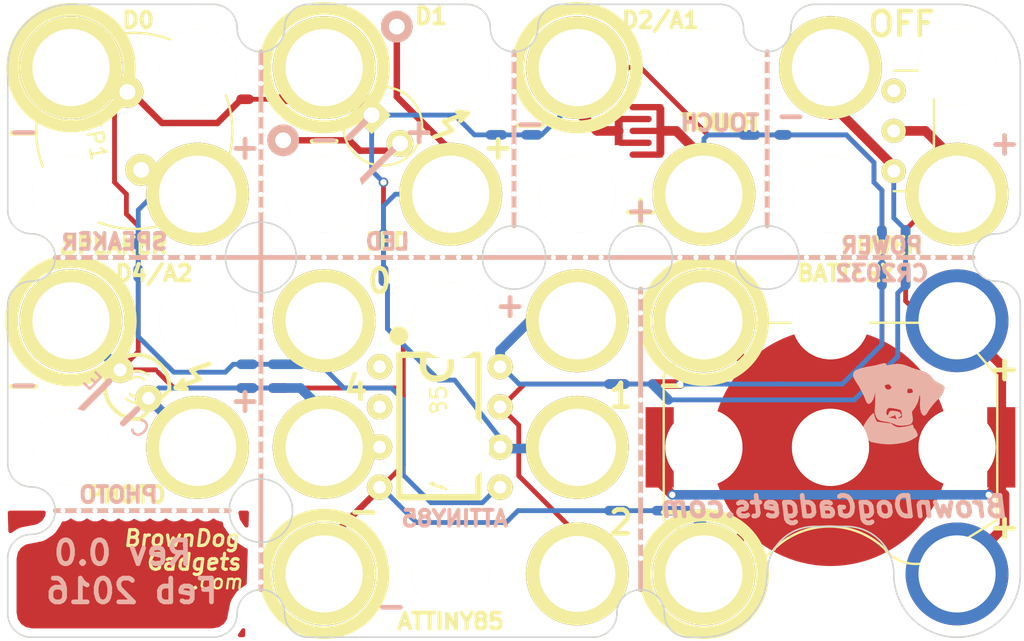
<source format=kicad_pcb>
(kicad_pcb (version 4) (host pcbnew "(2015-08-15 BZR 6092)-product")

  (general
    (links 33)
    (no_connects 0)
    (area 108.949999 19.949999 173.050001 60.050001)
    (thickness 1.6)
    (drawings 177)
    (tracks 246)
    (zones 0)
    (modules 102)
    (nets 10)
  )

  (page USLetter)
  (layers
    (0 F.Cu signal)
    (31 B.Cu signal)
    (34 B.Paste user)
    (35 F.Paste user)
    (36 B.SilkS user)
    (37 F.SilkS user)
    (38 B.Mask user)
    (39 F.Mask user)
    (40 Dwgs.User user)
    (44 Edge.Cuts user)
  )

  (setup
    (last_trace_width 0.3048)
    (user_trace_width 0.3048)
    (user_trace_width 0.4064)
    (user_trace_width 0.6096)
    (trace_clearance 0.1524)
    (zone_clearance 0.508)
    (zone_45_only no)
    (trace_min 0.1524)
    (segment_width 0.3)
    (edge_width 0.1)
    (via_size 0.6858)
    (via_drill 0.3302)
    (via_min_size 0.6858)
    (via_min_drill 0.3302)
    (user_via 1 0.5)
    (uvia_size 0.762)
    (uvia_drill 0.508)
    (uvias_allowed no)
    (uvia_min_size 0.508)
    (uvia_min_drill 0.127)
    (pcb_text_width 0.3)
    (pcb_text_size 1.5 1.5)
    (mod_edge_width 0.15)
    (mod_text_size 1 1)
    (mod_text_width 0.15)
    (pad_size 6.5 6.5)
    (pad_drill 4.8768)
    (pad_to_mask_clearance 0)
    (aux_axis_origin 0 0)
    (visible_elements 7FFFFFFF)
    (pcbplotparams
      (layerselection 0x010f0_80000001)
      (usegerberextensions true)
      (excludeedgelayer true)
      (linewidth 0.100000)
      (plotframeref false)
      (viasonmask false)
      (mode 1)
      (useauxorigin false)
      (hpglpennumber 1)
      (hpglpenspeed 20)
      (hpglpendiameter 15)
      (hpglpenoverlay 2)
      (psnegative false)
      (psa4output false)
      (plotreference true)
      (plotvalue true)
      (plotinvisibletext false)
      (padsonsilk false)
      (subtractmaskfromsilk false)
      (outputformat 1)
      (mirror false)
      (drillshape 0)
      (scaleselection 1)
      (outputdirectory gerbers/))
  )

  (net 0 "")
  (net 1 GND)
  (net 2 +BATT)
  (net 3 "Net-(D1-Pad2)")
  (net 4 "Net-(IC1-Pad6)")
  (net 5 "Net-(IC1-Pad7)")
  (net 6 "Net-(IC1-Pad3)")
  (net 7 "Net-(D2-Pad2)")
  (net 8 "Net-(BT1-Pad1)")
  (net 9 "Net-(IC1-Pad5)")

  (net_class Default "This is the default net class."
    (clearance 0.1524)
    (trace_width 0.1524)
    (via_dia 0.6858)
    (via_drill 0.3302)
    (uvia_dia 0.762)
    (uvia_drill 0.508)
    (add_net +BATT)
    (add_net GND)
    (add_net "Net-(BT1-Pad1)")
    (add_net "Net-(D1-Pad2)")
    (add_net "Net-(D2-Pad2)")
    (add_net "Net-(IC1-Pad3)")
    (add_net "Net-(IC1-Pad5)")
    (add_net "Net-(IC1-Pad6)")
    (add_net "Net-(IC1-Pad7)")
  )

  (module myFootPrints:Lego_Pad_half (layer F.Cu) (tedit 56D3C6EC) (tstamp 56CFB309)
    (at 169 56 180)
    (descr "Through hole pin header")
    (tags "pin header")
    (path /56CFAA4A)
    (fp_text reference PBP1 (at 0 0 180) (layer F.SilkS) hide
      (effects (font (size 1 1) (thickness 0.15)))
    )
    (fp_text value CONN_01X01 (at 0 -1.27 180) (layer F.Fab) hide
      (effects (font (size 0.127 0.127) (thickness 0.03175)))
    )
    (pad 1 thru_hole circle (at 0 0 180) (size 6.5 6.5) (drill 4.8768) (layers *.Cu B.Mask)
      (net 8 "Net-(BT1-Pad1)"))
  )

  (module myFootPrints:Lego_Pad_half (layer F.Cu) (tedit 56D3C6F3) (tstamp 56CFB314)
    (at 169 40 270)
    (descr "Through hole pin header")
    (tags "pin header")
    (path /56CFA993)
    (fp_text reference PBP2 (at 0 0 270) (layer F.SilkS) hide
      (effects (font (size 1 1) (thickness 0.15)))
    )
    (fp_text value CONN_01X01 (at 0 -1.27 270) (layer F.Fab) hide
      (effects (font (size 0.127 0.127) (thickness 0.03175)))
    )
    (pad 1 thru_hole circle (at 0 0 270) (size 6.5 6.5) (drill 4.8768) (layers *.Cu B.Mask)
      (net 8 "Net-(BT1-Pad1)"))
  )

  (module myFootPrints:MOUSEBITEx2 (layer F.Cu) (tedit 56D33FF0) (tstamp 56D3D853)
    (at 141 27.5 90)
    (descr "module 1 pin (ou trou mecanique de percage)")
    (tags DEV)
    (fp_text reference B2 (at 0 0 90) (layer F.SilkS) hide
      (effects (font (size 0.127 0.127) (thickness 0.0254)))
    )
    (fp_text value 1pin (at 0 0 90) (layer F.Fab) hide
      (effects (font (size 0.127 0.127) (thickness 0.0254)))
    )
    (pad "" np_thru_hole circle (at 1.016 0 90) (size 0.3302 0.3302) (drill 0.3302) (layers *.Cu *.Mask F.SilkS))
    (pad "" np_thru_hole circle (at 0 0 90) (size 0.3302 0.3302) (drill 0.3302) (layers *.Cu *.Mask F.SilkS))
  )

  (module myFootPrints:MOUSEBITEx2 (layer F.Cu) (tedit 56D33FF0) (tstamp 56D3D84D)
    (at 141 33 90)
    (descr "module 1 pin (ou trou mecanique de percage)")
    (tags DEV)
    (fp_text reference B2 (at 0 0 90) (layer F.SilkS) hide
      (effects (font (size 0.127 0.127) (thickness 0.0254)))
    )
    (fp_text value 1pin (at 0 0 90) (layer F.Fab) hide
      (effects (font (size 0.127 0.127) (thickness 0.0254)))
    )
    (pad "" np_thru_hole circle (at 1.016 0 90) (size 0.3302 0.3302) (drill 0.3302) (layers *.Cu *.Mask F.SilkS))
    (pad "" np_thru_hole circle (at 0 0 90) (size 0.3302 0.3302) (drill 0.3302) (layers *.Cu *.Mask F.SilkS))
  )

  (module myFootPrints:MOUSEBITEx2 (layer F.Cu) (tedit 56D33FF0) (tstamp 56D3D847)
    (at 157 33 90)
    (descr "module 1 pin (ou trou mecanique de percage)")
    (tags DEV)
    (fp_text reference B2 (at 0 0 90) (layer F.SilkS) hide
      (effects (font (size 0.127 0.127) (thickness 0.0254)))
    )
    (fp_text value 1pin (at 0 0 90) (layer F.Fab) hide
      (effects (font (size 0.127 0.127) (thickness 0.0254)))
    )
    (pad "" np_thru_hole circle (at 1.016 0 90) (size 0.3302 0.3302) (drill 0.3302) (layers *.Cu *.Mask F.SilkS))
    (pad "" np_thru_hole circle (at 0 0 90) (size 0.3302 0.3302) (drill 0.3302) (layers *.Cu *.Mask F.SilkS))
  )

  (module myFootPrints:Lego_Pad (layer F.Cu) (tedit 56CE8945) (tstamp 56CE6ECA)
    (at 145 56)
    (descr "Through hole pin header")
    (tags "pin header")
    (path /56CE806B)
    (fp_text reference P2 (at 0 0) (layer F.SilkS) hide
      (effects (font (size 1 1) (thickness 0.15)))
    )
    (fp_text value CONN_01X01 (at 0 -1.27) (layer F.Fab) hide
      (effects (font (size 0.127 0.127) (thickness 0.03175)))
    )
    (pad 1 thru_hole circle (at 0 0) (size 6.5 6.5) (drill 4.8) (layers *.Cu *.Mask F.SilkS)
      (net 5 "Net-(IC1-Pad7)"))
  )

  (module myFootPrints:ARROW (layer F.Cu) (tedit 56D351DA) (tstamp 56D51500)
    (at 136.8 27.6 20)
    (descr "LED 3mm - Lead pitch 100mil (2,54mm)")
    (tags "LED led 3mm 3MM 100mil 2,54mm")
    (path /56D2A0BE)
    (fp_text reference Q1 (at 2.54 0 110) (layer F.SilkS) hide
      (effects (font (size 0.762 0.762) (thickness 0.0889)))
    )
    (fp_text value OPTO_NPN (at 0.35921 0.35921 200) (layer F.SilkS) hide
      (effects (font (size 0.508 0.508) (thickness 0.127)))
    )
    (fp_line (start 1.25 -0.25) (end -0.15 -0.25) (layer F.SilkS) (width 0.3))
    (fp_line (start -0.15 -0.25) (end 0.15 0.45) (layer F.SilkS) (width 0.3))
    (fp_line (start 0.15 0.45) (end -1.05 0.45) (layer F.SilkS) (width 0.3))
    (fp_line (start 1.45 -0.25) (end 0.85 -0.55) (layer F.SilkS) (width 0.3))
    (fp_line (start 0.85 0.05) (end 1.45 -0.25) (layer F.SilkS) (width 0.3))
  )

  (module myFootPrints:PHOTO_TRANS (layer F.Cu) (tedit 56D351DA) (tstamp 56D27A40)
    (at 117 44 315)
    (descr "LED 3mm - Lead pitch 100mil (2,54mm)")
    (tags "LED led 3mm 3MM 100mil 2,54mm")
    (path /56D2A0BE)
    (fp_text reference Q1 (at 2.54 0 405) (layer F.SilkS) hide
      (effects (font (size 0.762 0.762) (thickness 0.0889)))
    )
    (fp_text value OPTO_NPN (at 0.35921 0.35921 495) (layer F.SilkS) hide
      (effects (font (size 0.508 0.508) (thickness 0.127)))
    )
    (fp_line (start -1.25 1) (end -1.25 3.5) (layer B.SilkS) (width 0.4))
    (fp_line (start 1.25 1) (end 1.25 2.25) (layer B.SilkS) (width 0.4))
    (fp_text user E (at -2 1.75 315) (layer B.SilkS)
      (effects (font (size 1 1) (thickness 0.15)) (justify mirror))
    )
    (fp_text user C (at 2.25 1.75 315) (layer B.SilkS)
      (effects (font (size 1 1) (thickness 0.15)) (justify mirror))
    )
    (fp_line (start 1.8288 1.27) (end 1.8288 -1.27) (layer F.SilkS) (width 0.254))
    (fp_arc (start 0.254 0) (end -0.381 0) (angle 90) (layer F.SilkS) (width 0.1524))
    (fp_arc (start 0.254 0) (end -0.762 0) (angle 90) (layer F.SilkS) (width 0.1524))
    (fp_arc (start 0.254 0) (end 0.889 0) (angle 90) (layer F.SilkS) (width 0.1524))
    (fp_arc (start 0.254 0) (end 1.27 0) (angle 90) (layer F.SilkS) (width 0.1524))
    (fp_arc (start 0.254 0) (end 0.254 -2.032) (angle 50.1) (layer F.SilkS) (width 0.254))
    (fp_arc (start 0.254 0) (end -1.5367 -0.95504) (angle 61.9) (layer F.SilkS) (width 0.254))
    (fp_arc (start 0.254 0) (end 1.8034 1.31064) (angle 49.7) (layer F.SilkS) (width 0.254))
    (fp_arc (start 0.254 0) (end 0.254 2.032) (angle 60.2) (layer F.SilkS) (width 0.254))
    (fp_arc (start 0.254 0) (end -1.778 0) (angle 28.3) (layer F.SilkS) (width 0.254))
    (fp_arc (start 0.254 0) (end -1.47574 1.06426) (angle 31.6) (layer F.SilkS) (width 0.254))
    (pad 1 thru_hole circle (at -1.27 0 315) (size 1.6764 1.6764) (drill 0.8128) (layers *.Cu *.Mask F.SilkS)
      (net 1 GND))
    (pad 3 thru_hole circle (at 1.27 0) (size 1.6764 1.6764) (drill 0.8128) (layers *.Cu *.Mask F.SilkS)
      (net 6 "Net-(IC1-Pad3)"))
    (model LEDs.3dshapes/LED-3MM.wrl
      (at (xyz 0 0 0))
      (scale (xyz 1 1 1))
      (rotate (xyz 0 0 -90))
    )
  )

  (module myFootPrints:MOUSEBITEx3 (layer F.Cu) (tedit 56D33F8B) (tstamp 56D4D5DD)
    (at 125 55.5 90)
    (descr "module 1 pin (ou trou mecanique de percage)")
    (tags DEV)
    (fp_text reference B3 (at 0 0 90) (layer F.SilkS) hide
      (effects (font (size 0.127 0.127) (thickness 0.0254)))
    )
    (fp_text value 1pin (at 0 0 90) (layer F.Fab) hide
      (effects (font (size 0.127 0.127) (thickness 0.0254)))
    )
    (pad "" np_thru_hole circle (at -1.016 0 90) (size 0.3302 0.3302) (drill 0.3302) (layers *.Cu *.Mask F.SilkS))
    (pad "" np_thru_hole circle (at 1.016 0 90) (size 0.3302 0.3302) (drill 0.3302) (layers *.Cu *.Mask F.SilkS))
    (pad "" np_thru_hole circle (at 0 0 90) (size 0.3302 0.3302) (drill 0.3302) (layers *.Cu *.Mask F.SilkS))
  )

  (module myFootPrints:MOUSEBITEx3 (layer F.Cu) (tedit 56D33F8B) (tstamp 56D4D560)
    (at 119 36 180)
    (descr "module 1 pin (ou trou mecanique de percage)")
    (tags DEV)
    (fp_text reference B3 (at 0 0 180) (layer F.SilkS) hide
      (effects (font (size 0.127 0.127) (thickness 0.0254)))
    )
    (fp_text value 1pin (at 0 0 180) (layer F.Fab) hide
      (effects (font (size 0.127 0.127) (thickness 0.0254)))
    )
    (pad "" np_thru_hole circle (at -1.016 0 180) (size 0.3302 0.3302) (drill 0.3302) (layers *.Cu *.Mask F.SilkS))
    (pad "" np_thru_hole circle (at 1.016 0 180) (size 0.3302 0.3302) (drill 0.3302) (layers *.Cu *.Mask F.SilkS))
    (pad "" np_thru_hole circle (at 0 0 180) (size 0.3302 0.3302) (drill 0.3302) (layers *.Cu *.Mask F.SilkS))
  )

  (module myFootPrints:MOUSEBITEx3 (layer F.Cu) (tedit 56D33F8B) (tstamp 56D4D551)
    (at 113.5 36 180)
    (descr "module 1 pin (ou trou mecanique de percage)")
    (tags DEV)
    (fp_text reference B3 (at 0 0 180) (layer F.SilkS) hide
      (effects (font (size 0.127 0.127) (thickness 0.0254)))
    )
    (fp_text value 1pin (at 0 0 180) (layer F.Fab) hide
      (effects (font (size 0.127 0.127) (thickness 0.0254)))
    )
    (pad "" np_thru_hole circle (at -1.016 0 180) (size 0.3302 0.3302) (drill 0.3302) (layers *.Cu *.Mask F.SilkS))
    (pad "" np_thru_hole circle (at 1.016 0 180) (size 0.3302 0.3302) (drill 0.3302) (layers *.Cu *.Mask F.SilkS))
    (pad "" np_thru_hole circle (at 0 0 180) (size 0.3302 0.3302) (drill 0.3302) (layers *.Cu *.Mask F.SilkS))
  )

  (module myFootPrints:MOUSEBITEx3 (layer F.Cu) (tedit 56D33F8B) (tstamp 56D4D52F)
    (at 144.5 36 180)
    (descr "module 1 pin (ou trou mecanique de percage)")
    (tags DEV)
    (fp_text reference B3 (at 0 0 180) (layer F.SilkS) hide
      (effects (font (size 0.127 0.127) (thickness 0.0254)))
    )
    (fp_text value 1pin (at 0 0 180) (layer F.Fab) hide
      (effects (font (size 0.127 0.127) (thickness 0.0254)))
    )
    (pad "" np_thru_hole circle (at -1.016 0 180) (size 0.3302 0.3302) (drill 0.3302) (layers *.Cu *.Mask F.SilkS))
    (pad "" np_thru_hole circle (at 1.016 0 180) (size 0.3302 0.3302) (drill 0.3302) (layers *.Cu *.Mask F.SilkS))
    (pad "" np_thru_hole circle (at 0 0 180) (size 0.3302 0.3302) (drill 0.3302) (layers *.Cu *.Mask F.SilkS))
  )

  (module myFootPrints:MOUSEBITEx3 (layer F.Cu) (tedit 56D33F8B) (tstamp 56D4D513)
    (at 113.5 52 180)
    (descr "module 1 pin (ou trou mecanique de percage)")
    (tags DEV)
    (fp_text reference B3 (at 0 0 180) (layer F.SilkS) hide
      (effects (font (size 0.127 0.127) (thickness 0.0254)))
    )
    (fp_text value 1pin (at 0 0 180) (layer F.Fab) hide
      (effects (font (size 0.127 0.127) (thickness 0.0254)))
    )
    (pad "" np_thru_hole circle (at -1.016 0 180) (size 0.3302 0.3302) (drill 0.3302) (layers *.Cu *.Mask F.SilkS))
    (pad "" np_thru_hole circle (at 1.016 0 180) (size 0.3302 0.3302) (drill 0.3302) (layers *.Cu *.Mask F.SilkS))
    (pad "" np_thru_hole circle (at 0 0 180) (size 0.3302 0.3302) (drill 0.3302) (layers *.Cu *.Mask F.SilkS))
  )

  (module myFootPrints:MOUSEBITEx3 (layer F.Cu) (tedit 56D33F8B) (tstamp 56D4D50A)
    (at 121.5 52 180)
    (descr "module 1 pin (ou trou mecanique de percage)")
    (tags DEV)
    (fp_text reference B3 (at 0 0 180) (layer F.SilkS) hide
      (effects (font (size 0.127 0.127) (thickness 0.0254)))
    )
    (fp_text value 1pin (at 0 0 180) (layer F.Fab) hide
      (effects (font (size 0.127 0.127) (thickness 0.0254)))
    )
    (pad "" np_thru_hole circle (at -1.016 0 180) (size 0.3302 0.3302) (drill 0.3302) (layers *.Cu *.Mask F.SilkS))
    (pad "" np_thru_hole circle (at 1.016 0 180) (size 0.3302 0.3302) (drill 0.3302) (layers *.Cu *.Mask F.SilkS))
    (pad "" np_thru_hole circle (at 0 0 180) (size 0.3302 0.3302) (drill 0.3302) (layers *.Cu *.Mask F.SilkS))
  )

  (module myFootPrints:MOUSEBITEx3 (layer F.Cu) (tedit 56D33F8B) (tstamp 56D4D502)
    (at 118.5 52 180)
    (descr "module 1 pin (ou trou mecanique de percage)")
    (tags DEV)
    (fp_text reference B3 (at 0 0 180) (layer F.SilkS) hide
      (effects (font (size 0.127 0.127) (thickness 0.0254)))
    )
    (fp_text value 1pin (at 0 0 180) (layer F.Fab) hide
      (effects (font (size 0.127 0.127) (thickness 0.0254)))
    )
    (pad "" np_thru_hole circle (at -1.016 0 180) (size 0.3302 0.3302) (drill 0.3302) (layers *.Cu *.Mask F.SilkS))
    (pad "" np_thru_hole circle (at 1.016 0 180) (size 0.3302 0.3302) (drill 0.3302) (layers *.Cu *.Mask F.SilkS))
    (pad "" np_thru_hole circle (at 0 0 180) (size 0.3302 0.3302) (drill 0.3302) (layers *.Cu *.Mask F.SilkS))
  )

  (module myFootPrints:MOUSEBITEx3 (layer F.Cu) (tedit 56D33F8B) (tstamp 56D4D4CE)
    (at 125 48.5 90)
    (descr "module 1 pin (ou trou mecanique de percage)")
    (tags DEV)
    (fp_text reference B3 (at 0 0 90) (layer F.SilkS) hide
      (effects (font (size 0.127 0.127) (thickness 0.0254)))
    )
    (fp_text value 1pin (at 0 0 90) (layer F.Fab) hide
      (effects (font (size 0.127 0.127) (thickness 0.0254)))
    )
    (pad "" np_thru_hole circle (at -1.016 0 90) (size 0.3302 0.3302) (drill 0.3302) (layers *.Cu *.Mask F.SilkS))
    (pad "" np_thru_hole circle (at 1.016 0 90) (size 0.3302 0.3302) (drill 0.3302) (layers *.Cu *.Mask F.SilkS))
    (pad "" np_thru_hole circle (at 0 0 90) (size 0.3302 0.3302) (drill 0.3302) (layers *.Cu *.Mask F.SilkS))
  )

  (module myFootPrints:MOUSEBITEx3 (layer F.Cu) (tedit 56D33F8B) (tstamp 56D4D4B6)
    (at 149 47 90)
    (descr "module 1 pin (ou trou mecanique de percage)")
    (tags DEV)
    (fp_text reference B3 (at 0 0 90) (layer F.SilkS) hide
      (effects (font (size 0.127 0.127) (thickness 0.0254)))
    )
    (fp_text value 1pin (at 0 0 90) (layer F.Fab) hide
      (effects (font (size 0.127 0.127) (thickness 0.0254)))
    )
    (pad "" np_thru_hole circle (at -1.016 0 90) (size 0.3302 0.3302) (drill 0.3302) (layers *.Cu *.Mask F.SilkS))
    (pad "" np_thru_hole circle (at 1.016 0 90) (size 0.3302 0.3302) (drill 0.3302) (layers *.Cu *.Mask F.SilkS))
    (pad "" np_thru_hole circle (at 0 0 90) (size 0.3302 0.3302) (drill 0.3302) (layers *.Cu *.Mask F.SilkS))
  )

  (module myFootPrints:MOUSEBITEx3 (layer F.Cu) (tedit 56D33F8B) (tstamp 56D4D4AF)
    (at 149 50 90)
    (descr "module 1 pin (ou trou mecanique de percage)")
    (tags DEV)
    (fp_text reference B3 (at 0 0 90) (layer F.SilkS) hide
      (effects (font (size 0.127 0.127) (thickness 0.0254)))
    )
    (fp_text value 1pin (at 0 0 90) (layer F.Fab) hide
      (effects (font (size 0.127 0.127) (thickness 0.0254)))
    )
    (pad "" np_thru_hole circle (at -1.016 0 90) (size 0.3302 0.3302) (drill 0.3302) (layers *.Cu *.Mask F.SilkS))
    (pad "" np_thru_hole circle (at 1.016 0 90) (size 0.3302 0.3302) (drill 0.3302) (layers *.Cu *.Mask F.SilkS))
    (pad "" np_thru_hole circle (at 0 0 90) (size 0.3302 0.3302) (drill 0.3302) (layers *.Cu *.Mask F.SilkS))
  )

  (module myFootPrints:MOUSEBITEx3 (layer F.Cu) (tedit 56D33F8B) (tstamp 56D4D4A8)
    (at 149 54 90)
    (descr "module 1 pin (ou trou mecanique de percage)")
    (tags DEV)
    (fp_text reference B3 (at 0 0 90) (layer F.SilkS) hide
      (effects (font (size 0.127 0.127) (thickness 0.0254)))
    )
    (fp_text value 1pin (at 0 0 90) (layer F.Fab) hide
      (effects (font (size 0.127 0.127) (thickness 0.0254)))
    )
    (pad "" np_thru_hole circle (at -1.016 0 90) (size 0.3302 0.3302) (drill 0.3302) (layers *.Cu *.Mask F.SilkS))
    (pad "" np_thru_hole circle (at 1.016 0 90) (size 0.3302 0.3302) (drill 0.3302) (layers *.Cu *.Mask F.SilkS))
    (pad "" np_thru_hole circle (at 0 0 90) (size 0.3302 0.3302) (drill 0.3302) (layers *.Cu *.Mask F.SilkS))
  )

  (module myFootPrints:MOUSEBITEx3 (layer F.Cu) (tedit 56D33F8B) (tstamp 56D4D4A1)
    (at 149 39.5 90)
    (descr "module 1 pin (ou trou mecanique de percage)")
    (tags DEV)
    (fp_text reference B3 (at 0 0 90) (layer F.SilkS) hide
      (effects (font (size 0.127 0.127) (thickness 0.0254)))
    )
    (fp_text value 1pin (at 0 0 90) (layer F.Fab) hide
      (effects (font (size 0.127 0.127) (thickness 0.0254)))
    )
    (pad "" np_thru_hole circle (at -1.016 0 90) (size 0.3302 0.3302) (drill 0.3302) (layers *.Cu *.Mask F.SilkS))
    (pad "" np_thru_hole circle (at 1.016 0 90) (size 0.3302 0.3302) (drill 0.3302) (layers *.Cu *.Mask F.SilkS))
    (pad "" np_thru_hole circle (at 0 0 90) (size 0.3302 0.3302) (drill 0.3302) (layers *.Cu *.Mask F.SilkS))
  )

  (module myFootPrints:MOUSEBITEx3 (layer F.Cu) (tedit 56D33F8B) (tstamp 56D4D481)
    (at 137.5 36)
    (descr "module 1 pin (ou trou mecanique de percage)")
    (tags DEV)
    (fp_text reference B3 (at 0 0) (layer F.SilkS) hide
      (effects (font (size 0.127 0.127) (thickness 0.0254)))
    )
    (fp_text value 1pin (at 0 0) (layer F.Fab) hide
      (effects (font (size 0.127 0.127) (thickness 0.0254)))
    )
    (pad "" np_thru_hole circle (at -1.016 0) (size 0.3302 0.3302) (drill 0.3302) (layers *.Cu *.Mask F.SilkS))
    (pad "" np_thru_hole circle (at 1.016 0) (size 0.3302 0.3302) (drill 0.3302) (layers *.Cu *.Mask F.SilkS))
    (pad "" np_thru_hole circle (at 0 0) (size 0.3302 0.3302) (drill 0.3302) (layers *.Cu *.Mask F.SilkS))
  )

  (module myFootPrints:MOUSEBITEx3 (layer F.Cu) (tedit 56D33F8B) (tstamp 56D4D47A)
    (at 129 36)
    (descr "module 1 pin (ou trou mecanique de percage)")
    (tags DEV)
    (fp_text reference B3 (at 0 0) (layer F.SilkS) hide
      (effects (font (size 0.127 0.127) (thickness 0.0254)))
    )
    (fp_text value 1pin (at 0 0) (layer F.Fab) hide
      (effects (font (size 0.127 0.127) (thickness 0.0254)))
    )
    (pad "" np_thru_hole circle (at -1.016 0) (size 0.3302 0.3302) (drill 0.3302) (layers *.Cu *.Mask F.SilkS))
    (pad "" np_thru_hole circle (at 1.016 0) (size 0.3302 0.3302) (drill 0.3302) (layers *.Cu *.Mask F.SilkS))
    (pad "" np_thru_hole circle (at 0 0) (size 0.3302 0.3302) (drill 0.3302) (layers *.Cu *.Mask F.SilkS))
  )

  (module myFootPrints:MOUSEBITEx3 (layer F.Cu) (tedit 56D33F8B) (tstamp 56D4D44E)
    (at 125 28 90)
    (descr "module 1 pin (ou trou mecanique de percage)")
    (tags DEV)
    (fp_text reference B3 (at 0 0 90) (layer F.SilkS) hide
      (effects (font (size 0.127 0.127) (thickness 0.0254)))
    )
    (fp_text value 1pin (at 0 0 90) (layer F.Fab) hide
      (effects (font (size 0.127 0.127) (thickness 0.0254)))
    )
    (pad "" np_thru_hole circle (at -1.016 0 90) (size 0.3302 0.3302) (drill 0.3302) (layers *.Cu *.Mask F.SilkS))
    (pad "" np_thru_hole circle (at 1.016 0 90) (size 0.3302 0.3302) (drill 0.3302) (layers *.Cu *.Mask F.SilkS))
    (pad "" np_thru_hole circle (at 0 0 90) (size 0.3302 0.3302) (drill 0.3302) (layers *.Cu *.Mask F.SilkS))
  )

  (module myFootPrints:MOUSEBITEx3 (layer F.Cu) (tedit 56D33F8B) (tstamp 56D4D447)
    (at 125 31 90)
    (descr "module 1 pin (ou trou mecanique de percage)")
    (tags DEV)
    (fp_text reference B3 (at 0 0 90) (layer F.SilkS) hide
      (effects (font (size 0.127 0.127) (thickness 0.0254)))
    )
    (fp_text value 1pin (at 0 0 90) (layer F.Fab) hide
      (effects (font (size 0.127 0.127) (thickness 0.0254)))
    )
    (pad "" np_thru_hole circle (at -1.016 0 90) (size 0.3302 0.3302) (drill 0.3302) (layers *.Cu *.Mask F.SilkS))
    (pad "" np_thru_hole circle (at 1.016 0 90) (size 0.3302 0.3302) (drill 0.3302) (layers *.Cu *.Mask F.SilkS))
    (pad "" np_thru_hole circle (at 0 0 90) (size 0.3302 0.3302) (drill 0.3302) (layers *.Cu *.Mask F.SilkS))
  )

  (module myFootPrints:MOUSEBITEx3 (layer F.Cu) (tedit 56D33F8B) (tstamp 56D4D42E)
    (at 141 24.5 90)
    (descr "module 1 pin (ou trou mecanique de percage)")
    (tags DEV)
    (fp_text reference B3 (at 0 0 90) (layer F.SilkS) hide
      (effects (font (size 0.127 0.127) (thickness 0.0254)))
    )
    (fp_text value 1pin (at 0 0 90) (layer F.Fab) hide
      (effects (font (size 0.127 0.127) (thickness 0.0254)))
    )
    (pad "" np_thru_hole circle (at -1.016 0 90) (size 0.3302 0.3302) (drill 0.3302) (layers *.Cu *.Mask F.SilkS))
    (pad "" np_thru_hole circle (at 1.016 0 90) (size 0.3302 0.3302) (drill 0.3302) (layers *.Cu *.Mask F.SilkS))
    (pad "" np_thru_hole circle (at 0 0 90) (size 0.3302 0.3302) (drill 0.3302) (layers *.Cu *.Mask F.SilkS))
  )

  (module myFootPrints:MOUSEBITEx3 (layer F.Cu) (tedit 56D33F8B) (tstamp 56D4D426)
    (at 141 30 90)
    (descr "module 1 pin (ou trou mecanique de percage)")
    (tags DEV)
    (fp_text reference B3 (at 0 0 90) (layer F.SilkS) hide
      (effects (font (size 0.127 0.127) (thickness 0.0254)))
    )
    (fp_text value 1pin (at 0 0 90) (layer F.Fab) hide
      (effects (font (size 0.127 0.127) (thickness 0.0254)))
    )
    (pad "" np_thru_hole circle (at -1.016 0 90) (size 0.3302 0.3302) (drill 0.3302) (layers *.Cu *.Mask F.SilkS))
    (pad "" np_thru_hole circle (at 1.016 0 90) (size 0.3302 0.3302) (drill 0.3302) (layers *.Cu *.Mask F.SilkS))
    (pad "" np_thru_hole circle (at 0 0 90) (size 0.3302 0.3302) (drill 0.3302) (layers *.Cu *.Mask F.SilkS))
  )

  (module myFootPrints:MOUSEBITEx3 (layer F.Cu) (tedit 56D33F8B) (tstamp 56D4D40B)
    (at 157 24.5 90)
    (descr "module 1 pin (ou trou mecanique de percage)")
    (tags DEV)
    (fp_text reference B3 (at 0 0 90) (layer F.SilkS) hide
      (effects (font (size 0.127 0.127) (thickness 0.0254)))
    )
    (fp_text value 1pin (at 0 0 90) (layer F.Fab) hide
      (effects (font (size 0.127 0.127) (thickness 0.0254)))
    )
    (pad "" np_thru_hole circle (at -1.016 0 90) (size 0.3302 0.3302) (drill 0.3302) (layers *.Cu *.Mask F.SilkS))
    (pad "" np_thru_hole circle (at 1.016 0 90) (size 0.3302 0.3302) (drill 0.3302) (layers *.Cu *.Mask F.SilkS))
    (pad "" np_thru_hole circle (at 0 0 90) (size 0.3302 0.3302) (drill 0.3302) (layers *.Cu *.Mask F.SilkS))
  )

  (module myFootPrints:MOUSEBITEx3 (layer F.Cu) (tedit 56D33F8B) (tstamp 56D4D3FB)
    (at 157 30 90)
    (descr "module 1 pin (ou trou mecanique de percage)")
    (tags DEV)
    (fp_text reference B3 (at 0 0 90) (layer F.SilkS) hide
      (effects (font (size 0.127 0.127) (thickness 0.0254)))
    )
    (fp_text value 1pin (at 0 0 90) (layer F.Fab) hide
      (effects (font (size 0.127 0.127) (thickness 0.0254)))
    )
    (pad "" np_thru_hole circle (at -1.016 0 90) (size 0.3302 0.3302) (drill 0.3302) (layers *.Cu *.Mask F.SilkS))
    (pad "" np_thru_hole circle (at 1.016 0 90) (size 0.3302 0.3302) (drill 0.3302) (layers *.Cu *.Mask F.SilkS))
    (pad "" np_thru_hole circle (at 0 0 90) (size 0.3302 0.3302) (drill 0.3302) (layers *.Cu *.Mask F.SilkS))
  )

  (module myFootPrints:MOUSEBITEx3 (layer F.Cu) (tedit 56D33F8B) (tstamp 56D4D3C7)
    (at 152.5 36)
    (descr "module 1 pin (ou trou mecanique de percage)")
    (tags DEV)
    (fp_text reference B3 (at 0 0) (layer F.SilkS) hide
      (effects (font (size 0.127 0.127) (thickness 0.0254)))
    )
    (fp_text value 1pin (at 0 0) (layer F.Fab) hide
      (effects (font (size 0.127 0.127) (thickness 0.0254)))
    )
    (pad "" np_thru_hole circle (at -1.016 0) (size 0.3302 0.3302) (drill 0.3302) (layers *.Cu *.Mask F.SilkS))
    (pad "" np_thru_hole circle (at 1.016 0) (size 0.3302 0.3302) (drill 0.3302) (layers *.Cu *.Mask F.SilkS))
    (pad "" np_thru_hole circle (at 0 0) (size 0.3302 0.3302) (drill 0.3302) (layers *.Cu *.Mask F.SilkS))
  )

  (module myFootPrints:MOUSEBITEx2 (layer F.Cu) (tedit 56D33FF0) (tstamp 56D4D39F)
    (at 131 36)
    (descr "module 1 pin (ou trou mecanique de percage)")
    (tags DEV)
    (fp_text reference B2 (at 0 0) (layer F.SilkS) hide
      (effects (font (size 0.127 0.127) (thickness 0.0254)))
    )
    (fp_text value 1pin (at 0 0) (layer F.Fab) hide
      (effects (font (size 0.127 0.127) (thickness 0.0254)))
    )
    (pad "" np_thru_hole circle (at 1.016 0) (size 0.3302 0.3302) (drill 0.3302) (layers *.Cu *.Mask F.SilkS))
    (pad "" np_thru_hole circle (at 0 0) (size 0.3302 0.3302) (drill 0.3302) (layers *.Cu *.Mask F.SilkS))
  )

  (module myFootPrints:MOUSEBITEx3 (layer F.Cu) (tedit 56D33F8B) (tstamp 56D4D38C)
    (at 168.5 36)
    (descr "module 1 pin (ou trou mecanique de percage)")
    (tags DEV)
    (fp_text reference B3 (at 0 0) (layer F.SilkS) hide
      (effects (font (size 0.127 0.127) (thickness 0.0254)))
    )
    (fp_text value 1pin (at 0 0) (layer F.Fab) hide
      (effects (font (size 0.127 0.127) (thickness 0.0254)))
    )
    (pad "" np_thru_hole circle (at -1.016 0) (size 0.3302 0.3302) (drill 0.3302) (layers *.Cu *.Mask F.SilkS))
    (pad "" np_thru_hole circle (at 1.016 0) (size 0.3302 0.3302) (drill 0.3302) (layers *.Cu *.Mask F.SilkS))
    (pad "" np_thru_hole circle (at 0 0) (size 0.3302 0.3302) (drill 0.3302) (layers *.Cu *.Mask F.SilkS))
  )

  (module LEDs:LED-5MM (layer F.Cu) (tedit 56D33AB9) (tstamp 56CFE506)
    (at 132 27 315)
    (descr "LED 5mm round vertical")
    (tags "LED 5mm round vertical")
    (path /56CFC6B5)
    (fp_text reference D2 (at 1.524 4.064 315) (layer F.SilkS) hide
      (effects (font (size 1 1) (thickness 0.15)))
    )
    (fp_text value LED (at 1.524 -3.937 315) (layer F.Fab)
      (effects (font (size 1 1) (thickness 0.15)))
    )
    (fp_line (start 0 0.25) (end 0 2) (layer B.SilkS) (width 0.4))
    (fp_line (start 2.5 0.5) (end 2.5 3.5) (layer B.SilkS) (width 0.4))
    (fp_line (start -1.5 -1.55) (end -1.5 1.55) (layer F.CrtYd) (width 0.05))
    (fp_arc (start 1.3 0) (end -1.5 1.55) (angle -302) (layer F.CrtYd) (width 0.05))
    (fp_arc (start 1 0) (end -0.98 -1.5) (angle 284) (layer F.SilkS) (width 0.15))
    (fp_line (start -0.98 1.5) (end -0.98 -1.5) (layer F.SilkS) (width 0.15))
    (fp_text user K (at -1.905 1.905 315) (layer F.SilkS) hide
      (effects (font (size 1 1) (thickness 0.15)))
    )
    (pad 1 thru_hole rect (at 0 0 45) (size 1.7 1.7) (drill 1.00076) (layers *.Cu *.Mask F.SilkS)
      (net 1 GND))
    (pad 2 thru_hole circle (at 2.54 0 315) (size 1.7 1.7) (drill 1.00076) (layers *.Cu *.Mask F.SilkS)
      (net 7 "Net-(D2-Pad2)"))
    (model LEDs.3dshapes/LED-5MM.wrl
      (at (xyz 0.05 0 0))
      (scale (xyz 1 1 1))
      (rotate (xyz 0 0 90))
    )
  )

  (module Housings_DIP:DIP-8_W7.62mm (layer F.Cu) (tedit 56D339A5) (tstamp 56CFA5AE)
    (at 132.5 42.9)
    (descr "8-lead dip package, row spacing 7.62 mm (300 mils)")
    (tags "dil dip 2.54 300")
    (path /553EFD0A)
    (fp_text reference IC1 (at 5.25 6.5 90) (layer F.SilkS) hide
      (effects (font (size 1 1) (thickness 0.15)))
    )
    (fp_text value ATTINY85 (at 3.75 4.5 90) (layer F.SilkS)
      (effects (font (size 1 1) (thickness 0.15)))
    )
    (fp_line (start 3.5 0.75) (end 3.75 0.75) (layer F.SilkS) (width 0.4))
    (fp_line (start 2.75 0) (end 2.75 -0.75) (layer F.SilkS) (width 0.4))
    (fp_line (start 4.5 0) (end 4.5 -0.75) (layer F.SilkS) (width 0.4))
    (fp_arc (start 3.75 0) (end 4.5 0) (angle 90) (layer F.SilkS) (width 0.4))
    (fp_arc (start 3.5 0) (end 3.5 0.75) (angle 90) (layer F.SilkS) (width 0.4))
    (fp_line (start 1.25 -0.75) (end 1.25 8.25) (layer F.SilkS) (width 0.4))
    (fp_line (start 1.25 8.25) (end 6.25 8.25) (layer F.SilkS) (width 0.4))
    (fp_line (start 6.25 8.25) (end 6.25 -0.75) (layer F.SilkS) (width 0.4))
    (fp_line (start 6.25 -0.75) (end 1.25 -0.75) (layer F.SilkS) (width 0.4))
    (fp_line (start -1.05 -2.45) (end -1.05 10.1) (layer F.CrtYd) (width 0.05))
    (fp_line (start 8.65 -2.45) (end 8.65 10.1) (layer F.CrtYd) (width 0.05))
    (fp_line (start -1.05 -2.45) (end 8.65 -2.45) (layer F.CrtYd) (width 0.05))
    (fp_line (start -1.05 10.1) (end 8.65 10.1) (layer F.CrtYd) (width 0.05))
    (pad 1 thru_hole oval (at 0 0) (size 1.6 1.6) (drill 0.8) (layers *.Cu *.Mask F.SilkS))
    (pad 2 thru_hole oval (at 0 2.54) (size 1.6 1.6) (drill 0.8) (layers *.Cu *.Mask F.SilkS)
      (net 3 "Net-(D1-Pad2)"))
    (pad 3 thru_hole oval (at 0 5.08) (size 1.6 1.6) (drill 0.8) (layers *.Cu *.Mask F.SilkS)
      (net 6 "Net-(IC1-Pad3)"))
    (pad 4 thru_hole oval (at 0 7.62) (size 1.6 1.6) (drill 0.8) (layers *.Cu *.Mask F.SilkS)
      (net 1 GND))
    (pad 5 thru_hole oval (at 7.62 7.62) (size 1.6 1.6) (drill 0.8) (layers *.Cu *.Mask F.SilkS)
      (net 9 "Net-(IC1-Pad5)"))
    (pad 6 thru_hole oval (at 7.62 5.08) (size 1.6 1.6) (drill 0.8) (layers *.Cu *.Mask F.SilkS)
      (net 4 "Net-(IC1-Pad6)"))
    (pad 7 thru_hole oval (at 7.62 2.54) (size 1.6 1.6) (drill 0.8) (layers *.Cu *.Mask F.SilkS)
      (net 5 "Net-(IC1-Pad7)"))
    (pad 8 thru_hole oval (at 7.62 0) (size 1.6 1.6) (drill 0.8) (layers *.Cu *.Mask F.SilkS)
      (net 2 +BATT))
    (model Housings_DIP.3dshapes/DIP-8_W7.62mm.wrl
      (at (xyz 0 0 0))
      (scale (xyz 1 1 1))
      (rotate (xyz 0 0 0))
    )
  )

  (module Resistors_ThroughHole:Resistor_Horizontal_RM10mm (layer F.Cu) (tedit 56D2FDAF) (tstamp 56CFE8E8)
    (at 130 25 45)
    (descr "Resistor, Axial,  RM 10mm, 1/3W,")
    (tags "Resistor, Axial, RM 10mm, 1/3W,")
    (path /56CFC741)
    (fp_text reference R2 (at 0 0 45) (layer F.SilkS) hide
      (effects (font (size 1 1) (thickness 0.15)))
    )
    (fp_text value R (at -0.5 0 45) (layer F.Fab)
      (effects (font (size 1 1) (thickness 0.15)))
    )
    (fp_line (start -2.54 -1.27) (end 2.54 -1.27) (layer Dwgs.User) (width 0.15))
    (fp_line (start 2.54 -1.27) (end 2.54 1.27) (layer Dwgs.User) (width 0.15))
    (fp_line (start 2.54 1.27) (end -2.54 1.27) (layer Dwgs.User) (width 0.15))
    (fp_line (start -2.54 1.27) (end -2.54 -1.27) (layer Dwgs.User) (width 0.15))
    (fp_line (start -2.54 0) (end -3.81 0) (layer Dwgs.User) (width 0.15))
    (fp_line (start 2.54 0) (end 3.81 0) (layer Dwgs.User) (width 0.15))
    (pad 1 thru_hole circle (at -5.08 0 45) (size 1.99898 1.99898) (drill 1.00076) (layers *.Cu *.SilkS *.Mask)
      (net 7 "Net-(D2-Pad2)"))
    (pad 2 thru_hole circle (at 5.08 0 45) (size 1.99898 1.99898) (drill 1.00076) (layers *.Cu *.SilkS *.Mask)
      (net 4 "Net-(IC1-Pad6)"))
    (model Resistors_ThroughHole.3dshapes/Resistor_Horizontal_RM10mm.wrl
      (at (xyz 0 0 0))
      (scale (xyz 0.4 0.4 0.4))
      (rotate (xyz 0 0 0))
    )
  )

  (module myFootPrints:Lego_Pad_half (layer F.Cu) (tedit 56D3C65E) (tstamp 56CFCE63)
    (at 129 48 45)
    (descr "Through hole pin header")
    (tags "pin header")
    (path /56CE80D4)
    (fp_text reference P4 (at 0 0 45) (layer F.SilkS) hide
      (effects (font (size 1 1) (thickness 0.15)))
    )
    (fp_text value CONN_01X01 (at 0 -1.27 45) (layer F.Fab) hide
      (effects (font (size 0.127 0.127) (thickness 0.03175)))
    )
    (pad 1 thru_hole circle (at 0 0 45) (size 6.5 6.5) (drill 4.8768) (layers *.Cu *.Mask F.SilkS)
      (net 6 "Net-(IC1-Pad3)"))
  )

  (module myFootPrints:Lego_Pad_half (layer F.Cu) (tedit 56D3C66A) (tstamp 56CFCE5E)
    (at 145 48 225)
    (descr "Through hole pin header")
    (tags "pin header")
    (path /56CE800C)
    (fp_text reference P1 (at 0 0 225) (layer F.SilkS) hide
      (effects (font (size 1 1) (thickness 0.15)))
    )
    (fp_text value CONN_01X01 (at 0 -1.27 225) (layer F.Fab) hide
      (effects (font (size 0.127 0.127) (thickness 0.03175)))
    )
    (pad 1 thru_hole circle (at 0 0 225) (size 6.5 6.5) (drill 4.8768) (layers *.Cu *.Mask F.SilkS)
      (net 4 "Net-(IC1-Pad6)"))
  )

  (module myFootPrints:Lego_Drill (layer F.Cu) (tedit 56D30048) (tstamp 56D27E2F)
    (at 169 24)
    (descr "Through hole pin header")
    (tags "pin header")
    (path /56CE9A9C)
    (fp_text reference P7 (at 0 0) (layer F.SilkS) hide
      (effects (font (size 1 1) (thickness 0.15)))
    )
    (fp_text value CONN_01X01 (at 0 -1.27) (layer F.Fab) hide
      (effects (font (size 0.127 0.127) (thickness 0.03175)))
    )
    (pad "" np_thru_hole circle (at 0 0) (size 4.8768 4.8768) (drill 4.8768) (layers *.Cu *.Mask F.SilkS))
  )

  (module myFootPrints:Lego_Drill (layer F.Cu) (tedit 56D3003D) (tstamp 56D27E2B)
    (at 161 32)
    (descr "Through hole pin header")
    (tags "pin header")
    (path /56CE9A9C)
    (fp_text reference P7 (at 0 0) (layer F.SilkS) hide
      (effects (font (size 1 1) (thickness 0.15)))
    )
    (fp_text value CONN_01X01 (at 0 -1.27) (layer F.Fab) hide
      (effects (font (size 0.127 0.127) (thickness 0.03175)))
    )
    (pad "" np_thru_hole circle (at 0 0) (size 4.8768 4.8768) (drill 4.8768) (layers *.Cu *.Mask F.SilkS))
  )

  (module myFootPrints:Lego_Drill (layer F.Cu) (tedit 56D2FFAA) (tstamp 56D27E23)
    (at 153 24)
    (descr "Through hole pin header")
    (tags "pin header")
    (path /56CE9A9C)
    (fp_text reference P7 (at 0 0) (layer F.SilkS) hide
      (effects (font (size 1 1) (thickness 0.15)))
    )
    (fp_text value CONN_01X01 (at 0 -1.27) (layer F.Fab) hide
      (effects (font (size 0.127 0.127) (thickness 0.03175)))
    )
    (pad "" np_thru_hole circle (at 0 0) (size 4.8768 4.8768) (drill 4.8768) (layers *.Cu *.Mask F.SilkS))
  )

  (module myFootPrints:Lego_Drill (layer F.Cu) (tedit 56D2FFB7) (tstamp 56D27E1C)
    (at 145 32)
    (descr "Through hole pin header")
    (tags "pin header")
    (path /56CE9A9C)
    (fp_text reference P7 (at 0 0) (layer F.SilkS) hide
      (effects (font (size 1 1) (thickness 0.15)))
    )
    (fp_text value CONN_01X01 (at 0 -1.27) (layer F.Fab) hide
      (effects (font (size 0.127 0.127) (thickness 0.03175)))
    )
    (pad "" np_thru_hole circle (at 0 0) (size 4.8768 4.8768) (drill 4.8768) (layers *.Cu *.Mask F.SilkS))
  )

  (module myFootPrints:Lego_Drill (layer F.Cu) (tedit 56D2FF8D) (tstamp 56D27E16)
    (at 137 24)
    (descr "Through hole pin header")
    (tags "pin header")
    (path /56CE9A9C)
    (fp_text reference P7 (at 0 0) (layer F.SilkS) hide
      (effects (font (size 1 1) (thickness 0.15)))
    )
    (fp_text value CONN_01X01 (at 0 -1.27) (layer F.Fab) hide
      (effects (font (size 0.127 0.127) (thickness 0.03175)))
    )
    (pad "" np_thru_hole circle (at 0 0) (size 4.8768 4.8768) (drill 4.8768) (layers *.Cu *.Mask F.SilkS))
  )

  (module myFootPrints:Lego_Drill (layer F.Cu) (tedit 56D2FF85) (tstamp 56D27E10)
    (at 129 32)
    (descr "Through hole pin header")
    (tags "pin header")
    (path /56CE9A9C)
    (fp_text reference P7 (at 0 0) (layer F.SilkS) hide
      (effects (font (size 1 1) (thickness 0.15)))
    )
    (fp_text value CONN_01X01 (at 0 -1.27) (layer F.Fab) hide
      (effects (font (size 0.127 0.127) (thickness 0.03175)))
    )
    (pad "" np_thru_hole circle (at 0 0) (size 4.8768 4.8768) (drill 4.8768) (layers *.Cu *.Mask F.SilkS))
  )

  (module myFootPrints:Lego_Drill (layer F.Cu) (tedit 56D2FF79) (tstamp 56D27CDE)
    (at 113 48)
    (descr "Through hole pin header")
    (tags "pin header")
    (path /56CE9A9C)
    (fp_text reference P7 (at 0 0) (layer F.SilkS) hide
      (effects (font (size 1 1) (thickness 0.15)))
    )
    (fp_text value CONN_01X01 (at 0 -1.27) (layer F.Fab) hide
      (effects (font (size 0.127 0.127) (thickness 0.03175)))
    )
    (pad "" np_thru_hole circle (at 0 0) (size 4.8768 4.8768) (drill 4.8768) (layers *.Cu *.Mask F.SilkS))
  )

  (module myFootPrints:Lego_Drill (layer F.Cu) (tedit 56D2FF71) (tstamp 56D27CD9)
    (at 121 40)
    (descr "Through hole pin header")
    (tags "pin header")
    (path /56CE9A9C)
    (fp_text reference P7 (at 0 0) (layer F.SilkS) hide
      (effects (font (size 1 1) (thickness 0.15)))
    )
    (fp_text value CONN_01X01 (at 0 -1.27) (layer F.Fab) hide
      (effects (font (size 0.127 0.127) (thickness 0.03175)))
    )
    (pad "" np_thru_hole circle (at 0 0) (size 4.8768 4.8768) (drill 4.8768) (layers *.Cu *.Mask F.SilkS))
  )

  (module myFootPrints:Lego_Drill (layer F.Cu) (tedit 56D2FE82) (tstamp 56D27B49)
    (at 113 32)
    (descr "Through hole pin header")
    (tags "pin header")
    (path /56CE9A9C)
    (fp_text reference P7 (at 0 0) (layer F.SilkS) hide
      (effects (font (size 1 1) (thickness 0.15)))
    )
    (fp_text value CONN_01X01 (at 0 -1.27) (layer F.Fab) hide
      (effects (font (size 0.127 0.127) (thickness 0.03175)))
    )
    (pad "" np_thru_hole circle (at 0 0) (size 4.8768 4.8768) (drill 4.8768) (layers *.Cu *.Mask F.SilkS))
  )

  (module myFootPrints:Lego_Drill (layer F.Cu) (tedit 56D2FF66) (tstamp 56D27B20)
    (at 121 24)
    (descr "Through hole pin header")
    (tags "pin header")
    (path /56CE9A9C)
    (fp_text reference P7 (at 0 0) (layer F.SilkS) hide
      (effects (font (size 1 1) (thickness 0.15)))
    )
    (fp_text value CONN_01X01 (at 0 -1.27) (layer F.Fab) hide
      (effects (font (size 0.127 0.127) (thickness 0.03175)))
    )
    (pad "" np_thru_hole circle (at 0 0) (size 4.8768 4.8768) (drill 4.8768) (layers *.Cu *.Mask F.SilkS))
  )

  (module myFootPrints:SW_PUSH_TOUCH (layer F.Cu) (tedit 56CFECE9) (tstamp 56CFC3D3)
    (at 148.25 28 270)
    (path /56CFD320)
    (fp_text reference SW2 (at 0.127 4.572 270) (layer F.SilkS) hide
      (effects (font (size 1.016 1.016) (thickness 0.2032)))
    )
    (fp_text value TOUCH (at 0.254 -4.572 270) (layer F.SilkS) hide
      (effects (font (size 1.016 1.016) (thickness 0.254)))
    )
    (fp_line (start -0.75 -1.25) (end -0.75 0.5) (layer F.Cu) (width 0.4))
    (fp_line (start 1.5 -2) (end 1.5 -0.25) (layer F.Cu) (width 0.4))
    (fp_line (start 0.75 0.5) (end 0.75 -1.25) (layer F.Cu) (width 0.4))
    (fp_line (start 0 -2) (end 0 -0.25) (layer F.Cu) (width 0.4))
    (fp_line (start -1.5 -2) (end -1.5 -0.25) (layer F.Cu) (width 0.4))
    (pad 1 smd rect (at 0 -2 270) (size 3 0.5) (layers F.Cu F.Paste F.Mask)
      (net 5 "Net-(IC1-Pad7)"))
    (pad 2 smd rect (at 0 0.635 270) (size 1.8 0.5) (layers F.Cu F.Paste F.Mask)
      (net 1 GND))
    (pad 3 smd circle (at 0 -1 270) (size 4 4) (layers F.Paste F.Mask))
  )

  (module BATT_CR2032_SMD (layer F.Cu) (tedit 56D3BAAF) (tstamp 56CFA5A7)
    (at 161 48)
    (tags battery)
    (path /56CFA61E)
    (fp_text reference BT1 (at 0 5.08) (layer F.SilkS) hide
      (effects (font (size 1.72974 1.08712) (thickness 0.27178)))
    )
    (fp_text value Battery (at 0 -2.54) (layer F.SilkS) hide
      (effects (font (size 1.524 1.016) (thickness 0.254)))
    )
    (fp_line (start -7.1755 6.5405) (end -10.541 4.572) (layer F.SilkS) (width 0.15))
    (fp_line (start 7.1755 6.6675) (end 10.541 4.572) (layer F.SilkS) (width 0.15))
    (fp_arc (start -5.4229 4.6355) (end -3.5179 6.4135) (angle 90) (layer F.SilkS) (width 0.15))
    (fp_arc (start 5.4102 4.7625) (end 7.1882 6.6675) (angle 90) (layer F.SilkS) (width 0.15))
    (fp_arc (start -0.0635 10.033) (end -3.556 6.4135) (angle 90) (layer F.SilkS) (width 0.15))
    (fp_line (start 7.62 -7.874) (end 10.541 -4.5085) (layer F.SilkS) (width 0.15))
    (fp_line (start -10.541 -4.572) (end -7.5565 -7.9375) (layer F.SilkS) (width 0.15))
    (fp_line (start -7.62 -7.874) (end 7.62 -7.874) (layer F.SilkS) (width 0.15))
    (fp_line (start -10.541 4.572) (end -10.541 -4.572) (layer F.SilkS) (width 0.15))
    (fp_line (start 10.541 4.572) (end 10.541 -4.572) (layer F.SilkS) (width 0.15))
    (fp_circle (center 0 0) (end -10.16 0) (layer Dwgs.User) (width 0.15))
    (pad 2 smd circle (at 0 0) (size 15 15) (layers F.Cu F.Paste F.Mask)
      (net 1 GND))
    (pad 1 smd rect (at -10.795 0) (size 1.778 5.08) (layers F.Cu F.Paste F.Mask)
      (net 8 "Net-(BT1-Pad1)"))
    (pad 1 smd rect (at 10.795 0) (size 1.778 5.08) (layers F.Cu F.Paste F.Mask)
      (net 8 "Net-(BT1-Pad1)"))
    (model walter/battery_holders/keystone_3008.wrl
      (at (xyz 0 0 0))
      (scale (xyz 0.7 0.7 0.7))
      (rotate (xyz 0 0 0))
    )
  )

  (module myFootPrints:Lego_Drill (layer F.Cu) (tedit 56D2FF9E) (tstamp 56CE7806)
    (at 137 40)
    (descr "Through hole pin header")
    (tags "pin header")
    (path /56CE9A5D)
    (fp_text reference P6 (at 0 0) (layer F.SilkS) hide
      (effects (font (size 1 1) (thickness 0.15)))
    )
    (fp_text value CONN_01X01 (at 0 -1.27) (layer F.Fab) hide
      (effects (font (size 1 1) (thickness 0.15)))
    )
    (pad "" np_thru_hole circle (at 0 0) (size 4.8768 4.8768) (drill 4.8768) (layers *.Cu *.Mask F.SilkS))
  )

  (module myFootPrints:Lego_Pad (layer F.Cu) (tedit 56CE7EDE) (tstamp 56CE717B)
    (at 129 40)
    (descr "Through hole pin header")
    (tags "pin header")
    (path /56CE7426)
    (fp_text reference P0 (at 0 0) (layer F.SilkS) hide
      (effects (font (size 1 1) (thickness 0.15)))
    )
    (fp_text value CONN_01X01 (at 0 -1.27) (layer F.Fab) hide
      (effects (font (size 0.127 0.127) (thickness 0.03175)))
    )
    (pad 1 thru_hole circle (at 0 0) (size 6.5 6.5) (drill 4.8768) (layers *.Cu *.Mask F.SilkS)
      (net 9 "Net-(IC1-Pad5)"))
  )

  (module myFootPrints:Lego_Pad (layer F.Cu) (tedit 56CE7EF0) (tstamp 56CE7185)
    (at 129 56)
    (descr "Through hole pin header")
    (tags "pin header")
    (path /56CE73CD)
    (fp_text reference PG1 (at 0 0) (layer F.SilkS) hide
      (effects (font (size 1 1) (thickness 0.15)))
    )
    (fp_text value CONN_01X01 (at 0 -1.27) (layer F.Fab) hide
      (effects (font (size 0.127 0.127) (thickness 0.03175)))
    )
    (pad 1 thru_hole circle (at 0 0) (size 6.5 6.5) (drill 4.8768) (layers *.Cu *.Mask F.SilkS)
      (net 1 GND))
  )

  (module myFootPrints:Lego_Pad (layer F.Cu) (tedit 56CE7FDF) (tstamp 56CE718A)
    (at 145 40)
    (descr "Through hole pin header")
    (tags "pin header")
    (path /56CE72C6)
    (fp_text reference PP1 (at 0 0) (layer F.SilkS) hide
      (effects (font (size 1 1) (thickness 0.15)))
    )
    (fp_text value CONN_01X01 (at 0 -1.27) (layer F.Fab) hide
      (effects (font (size 0.127 0.127) (thickness 0.03175)))
    )
    (pad 1 thru_hole circle (at 0 0) (size 6.5 6.5) (drill 4.8768) (layers *.Cu *.Mask F.SilkS)
      (net 2 +BATT))
  )

  (module myFootPrints:Lego_Drill (layer F.Cu) (tedit 56D2FFC0) (tstamp 56CE75C4)
    (at 137 48)
    (descr "Through hole pin header")
    (tags "pin header")
    (path /56CE9A9C)
    (fp_text reference P7 (at 0 0) (layer F.SilkS) hide
      (effects (font (size 1 1) (thickness 0.15)))
    )
    (fp_text value CONN_01X01 (at 0 -1.27) (layer F.Fab) hide
      (effects (font (size 0.127 0.127) (thickness 0.03175)))
    )
    (pad "" np_thru_hole circle (at 0 0) (size 4.8768 4.8768) (drill 4.8768) (layers *.Cu *.Mask F.SilkS))
  )

  (module myFootPrints:Lego_Drill (layer F.Cu) (tedit 56D3000B) (tstamp 56CE75C9)
    (at 137 56)
    (descr "Through hole pin header")
    (tags "pin header")
    (path /56CE9A5D)
    (fp_text reference P6 (at 0 0) (layer F.SilkS) hide
      (effects (font (size 1 1) (thickness 0.15)))
    )
    (fp_text value CONN_01X01 (at 0 -1.27) (layer F.Fab) hide
      (effects (font (size 0.127 0.127) (thickness 0.03175)))
    )
    (pad "" np_thru_hole circle (at 0 0) (size 4.8768 4.8768) (drill 4.8768) (layers *.Cu *.Mask F.SilkS))
  )

  (module myFootPrints:Lego_Drill (layer F.Cu) (tedit 56D30034) (tstamp 56CFA5C2)
    (at 161 48)
    (descr "Through hole pin header")
    (tags "pin header")
    (path /56CFAF31)
    (fp_text reference P9 (at 0 0) (layer F.SilkS) hide
      (effects (font (size 1 1) (thickness 0.15)))
    )
    (fp_text value CONN_01X01 (at 0 -1.27) (layer F.Fab) hide
      (effects (font (size 0.127 0.127) (thickness 0.03175)))
    )
    (pad "" np_thru_hole circle (at 0 0) (size 4.8768 4.8768) (drill 4.8768) (layers *.Cu *.Mask F.SilkS))
  )

  (module myFootPrints:Lego_Pad (layer F.Cu) (tedit 56CE7F16) (tstamp 56CFA5DB)
    (at 161 24)
    (descr "Through hole pin header")
    (tags "pin header")
    (path /56CFAC5B)
    (fp_text reference PSN1 (at 0 0) (layer F.SilkS) hide
      (effects (font (size 1 1) (thickness 0.15)))
    )
    (fp_text value CONN_01X01 (at 0 -1.27) (layer F.Fab) hide
      (effects (font (size 0.127 0.127) (thickness 0.03175)))
    )
    (pad 1 thru_hole circle (at 0 0) (size 6.5 6.5) (drill 4.8768) (layers *.Cu *.Mask F.SilkS)
      (net 2 +BATT))
  )

  (module myFootPrints:Lego_Pad (layer F.Cu) (tedit 56CE7F16) (tstamp 56CFA5E5)
    (at 169 32)
    (descr "Through hole pin header")
    (tags "pin header")
    (path /56CFACCC)
    (fp_text reference PSP1 (at 0 0) (layer F.SilkS) hide
      (effects (font (size 1 1) (thickness 0.15)))
    )
    (fp_text value CONN_01X01 (at 0 -1.27) (layer F.Fab) hide
      (effects (font (size 0.127 0.127) (thickness 0.03175)))
    )
    (pad 1 thru_hole circle (at 0 0) (size 6.5 6.5) (drill 4.8768) (layers *.Cu *.Mask F.SilkS)
      (net 8 "Net-(BT1-Pad1)"))
  )

  (module myFootPrints:Lego_Drill (layer F.Cu) (tedit 56D3001E) (tstamp 56CFB2E3)
    (at 169 48)
    (descr "Through hole pin header")
    (tags "pin header")
    (path /56CFB5A1)
    (fp_text reference P11 (at 0 0) (layer F.SilkS) hide
      (effects (font (size 1 1) (thickness 0.15)))
    )
    (fp_text value CONN_01X01 (at 0 -1.27) (layer F.Fab) hide
      (effects (font (size 0.127 0.127) (thickness 0.03175)))
    )
    (pad "" np_thru_hole circle (at 0 0) (size 4.8768 4.8768) (drill 4.8768) (layers *.Cu *.Mask F.SilkS))
  )

  (module myFootPrints:Lego_Drill (layer F.Cu) (tedit 56D2FFD6) (tstamp 56CFB2E8)
    (at 153 48)
    (descr "Through hole pin header")
    (tags "pin header")
    (path /56CFB60B)
    (fp_text reference P10 (at 0 0) (layer F.SilkS) hide
      (effects (font (size 1 1) (thickness 0.15)))
    )
    (fp_text value CONN_01X01 (at 0 -1.27) (layer F.Fab) hide
      (effects (font (size 0.127 0.127) (thickness 0.03175)))
    )
    (pad "" np_thru_hole circle (at 0 0) (size 4.8768 4.8768) (drill 4.8768) (layers *.Cu *.Mask F.SilkS))
  )

  (module myFootPrints:SW_SPST (layer F.Cu) (tedit 56CFD8B7) (tstamp 56CFB31B)
    (at 165 28 180)
    (descr "Switch inverseur")
    (tags "SWITCH DEV")
    (path /56CFB680)
    (fp_text reference SW1 (at -1.651 2.032 270) (layer F.SilkS) hide
      (effects (font (size 1.016 1.016) (thickness 0.2032)))
    )
    (fp_text value SPST (at -1.905 -5.08 180) (layer F.SilkS) hide
      (effects (font (size 1.27 1.27) (thickness 0.254)))
    )
    (fp_line (start 0 3.81) (end -2.54 3.81) (layer F.SilkS) (width 0.15))
    (fp_line (start -2.54 3.81) (end -2.54 -3.81) (layer F.SilkS) (width 0.15))
    (fp_line (start -2.54 -3.81) (end 0 -3.81) (layer F.SilkS) (width 0.15))
    (pad 2 thru_hole circle (at 0 0 180) (size 1.524 1.524) (drill 0.8128) (layers *.Cu *.Mask F.SilkS)
      (net 8 "Net-(BT1-Pad1)"))
    (pad 1 thru_hole circle (at 0 -2.54 180) (size 1.524 1.524) (drill 0.8128) (layers *.Cu *.Mask F.SilkS)
      (net 2 +BATT))
    (pad 3 thru_hole circle (at 0 2.54 180) (size 1.524 1.524) (drill 0.8128) (layers *.Cu *.Mask F.SilkS))
    (model walter/switch/switch_mmp122-r.wrl
      (at (xyz 0 0 0))
      (scale (xyz 1 1 1))
      (rotate (xyz 0 0 90))
    )
  )

  (module myFootPrints:Lego_Pad (layer F.Cu) (tedit 56CE7F16) (tstamp 56CFC3A1)
    (at 129 24 180)
    (descr "Through hole pin header")
    (tags "pin header")
    (path /56CFC8D4)
    (fp_text reference PLEDN1 (at 0 0 180) (layer F.SilkS) hide
      (effects (font (size 1 1) (thickness 0.15)))
    )
    (fp_text value CONN_01X01 (at 0 -1.27 180) (layer F.Fab) hide
      (effects (font (size 0.127 0.127) (thickness 0.03175)))
    )
    (pad 1 thru_hole circle (at 0 0 180) (size 6.5 6.5) (drill 4.8768) (layers *.Cu *.Mask F.SilkS)
      (net 1 GND))
  )

  (module myFootPrints:Lego_Pad (layer F.Cu) (tedit 56CE7F16) (tstamp 56CFC3AB)
    (at 137 32 180)
    (descr "Through hole pin header")
    (tags "pin header")
    (path /56CFC836)
    (fp_text reference PLEDP1 (at 0 0 180) (layer F.SilkS) hide
      (effects (font (size 1 1) (thickness 0.15)))
    )
    (fp_text value CONN_01X01 (at 0 -1.27 180) (layer F.Fab) hide
      (effects (font (size 0.127 0.127) (thickness 0.03175)))
    )
    (pad 1 thru_hole circle (at 0 0 180) (size 6.5 6.5) (drill 4.8768) (layers *.Cu *.Mask F.SilkS)
      (net 4 "Net-(IC1-Pad6)"))
  )

  (module myFootPrints:Lego_Pad (layer F.Cu) (tedit 56CE7F16) (tstamp 56CFC3B5)
    (at 145 24)
    (descr "Through hole pin header")
    (tags "pin header")
    (path /56CFD462)
    (fp_text reference PTN1 (at 0 0) (layer F.SilkS) hide
      (effects (font (size 1 1) (thickness 0.15)))
    )
    (fp_text value CONN_01X01 (at 0 -1.27) (layer F.Fab) hide
      (effects (font (size 0.127 0.127) (thickness 0.03175)))
    )
    (pad 1 thru_hole circle (at 0 0) (size 6.5 6.5) (drill 4.8768) (layers *.Cu *.Mask F.SilkS)
      (net 1 GND))
  )

  (module myFootPrints:Lego_Pad (layer F.Cu) (tedit 56CE7F16) (tstamp 56CFC3BF)
    (at 153 32)
    (descr "Through hole pin header")
    (tags "pin header")
    (path /56CFD658)
    (fp_text reference PTP1 (at 0 0) (layer F.SilkS) hide
      (effects (font (size 1 1) (thickness 0.15)))
    )
    (fp_text value CONN_01X01 (at 0 -1.27) (layer F.Fab) hide
      (effects (font (size 0.127 0.127) (thickness 0.03175)))
    )
    (pad 1 thru_hole circle (at 0 0) (size 6.5 6.5) (drill 4.8768) (layers *.Cu *.Mask F.SilkS)
      (net 5 "Net-(IC1-Pad7)"))
  )

  (module myFootPrints:Lego_Pad (layer F.Cu) (tedit 56CE7F16) (tstamp 56CFCA8F)
    (at 153 40)
    (descr "Through hole pin header")
    (tags "pin header")
    (path /56CFA9DB)
    (fp_text reference PBN1 (at 0 0) (layer F.SilkS) hide
      (effects (font (size 1 1) (thickness 0.15)))
    )
    (fp_text value CONN_01X01 (at 0 -1.27) (layer F.Fab) hide
      (effects (font (size 0.127 0.127) (thickness 0.03175)))
    )
    (pad 1 thru_hole circle (at 0 0) (size 6.5 6.5) (drill 4.8768) (layers *.Cu *.Mask F.SilkS)
      (net 1 GND))
  )

  (module myFootPrints:Lego_Pad (layer F.Cu) (tedit 56CE7F16) (tstamp 56CFCA94)
    (at 153 56)
    (descr "Through hole pin header")
    (tags "pin header")
    (path /56CFA91A)
    (fp_text reference PBN2 (at 0 0) (layer F.SilkS) hide
      (effects (font (size 1 1) (thickness 0.15)))
    )
    (fp_text value CONN_01X01 (at 0 -1.27) (layer F.Fab) hide
      (effects (font (size 0.127 0.127) (thickness 0.03175)))
    )
    (pad 1 thru_hole circle (at 0 0) (size 6.5 6.5) (drill 4.8768) (layers *.Cu *.Mask F.SilkS)
      (net 1 GND))
  )

  (module myFootPrints:Lego_Drill (layer F.Cu) (tedit 56D30029) (tstamp 56D12200)
    (at 161 40)
    (descr "Through hole pin header")
    (tags "pin header")
    (path /56CFB520)
    (fp_text reference P3 (at 0 0) (layer F.SilkS) hide
      (effects (font (size 1 1) (thickness 0.15)))
    )
    (fp_text value CONN_01X01 (at 0 -1.27) (layer F.Fab) hide
      (effects (font (size 0.127 0.127) (thickness 0.03175)))
    )
    (pad "" np_thru_hole circle (at 0 0) (size 4.8768 4.8768) (drill 4.8768) (layers *.Cu *.Mask F.SilkS))
  )

  (module myFootPrints:Lego_Pad (layer F.Cu) (tedit 56CE7F16) (tstamp 56D27A1C)
    (at 113 40)
    (descr "Through hole pin header")
    (tags "pin header")
    (path /56D2AA75)
    (fp_text reference PNN1 (at 0 0) (layer F.SilkS) hide
      (effects (font (size 1 1) (thickness 0.15)))
    )
    (fp_text value CONN_01X01 (at 0 -1.27) (layer F.Fab) hide
      (effects (font (size 0.127 0.127) (thickness 0.03175)))
    )
    (pad 1 thru_hole circle (at 0 0) (size 6.5 6.5) (drill 4.8768) (layers *.Cu *.Mask F.SilkS)
      (net 1 GND))
  )

  (module myFootPrints:Lego_Pad (layer F.Cu) (tedit 56CE7F16) (tstamp 56D27A26)
    (at 121 48)
    (descr "Through hole pin header")
    (tags "pin header")
    (path /56D2A8F0)
    (fp_text reference PNP1 (at 0 0) (layer F.SilkS) hide
      (effects (font (size 1 1) (thickness 0.15)))
    )
    (fp_text value CONN_01X01 (at 0 -1.27) (layer F.Fab) hide
      (effects (font (size 0.127 0.127) (thickness 0.03175)))
    )
    (pad 1 thru_hole circle (at 0 0) (size 6.5 6.5) (drill 4.8768) (layers *.Cu *.Mask F.SilkS)
      (net 6 "Net-(IC1-Pad3)"))
  )

  (module myFootPrints:Lego_Pad (layer F.Cu) (tedit 56CE7F16) (tstamp 56D27A30)
    (at 113 24)
    (descr "Through hole pin header")
    (tags "pin header")
    (path /56D2964A)
    (fp_text reference PSPN1 (at 0 0) (layer F.SilkS) hide
      (effects (font (size 1 1) (thickness 0.15)))
    )
    (fp_text value CONN_01X01 (at 0 -1.27) (layer F.Fab) hide
      (effects (font (size 0.127 0.127) (thickness 0.03175)))
    )
    (pad 1 thru_hole circle (at 0 0) (size 6.5 6.5) (drill 4.8768) (layers *.Cu *.Mask F.SilkS)
      (net 1 GND))
  )

  (module myFootPrints:Lego_Pad (layer F.Cu) (tedit 56CE7F16) (tstamp 56D27A35)
    (at 121 32)
    (descr "Through hole pin header")
    (tags "pin header")
    (path /56D29380)
    (fp_text reference PSPP1 (at 0 0) (layer F.SilkS) hide
      (effects (font (size 1 1) (thickness 0.15)))
    )
    (fp_text value CONN_01X01 (at 0 -1.27) (layer F.Fab) hide
      (effects (font (size 0.127 0.127) (thickness 0.03175)))
    )
    (pad 1 thru_hole circle (at 0 0) (size 6.5 6.5) (drill 4.8768) (layers *.Cu *.Mask F.SilkS)
      (net 9 "Net-(IC1-Pad5)"))
  )

  (module myFootPrints:PS1240_piezo (layer F.Cu) (tedit 553C2ED6) (tstamp 56D27A46)
    (at 117 28 100)
    (descr "piezo speaker 12 mm")
    (tags "buzzer speaker piezo")
    (path /56D2813B)
    (fp_text reference SP1 (at 0 -2.5 100) (layer F.SilkS)
      (effects (font (size 1 1) (thickness 0.15)))
    )
    (fp_text value SPEAKER (at 0 3.5 100) (layer F.Fab)
      (effects (font (size 1 1) (thickness 0.15)))
    )
    (fp_circle (center 0 0) (end 6.20014 0) (layer F.SilkS) (width 0.15))
    (pad 1 thru_hole circle (at -2.5 0 100) (size 2 2) (drill 1.00076) (layers *.Cu *.Mask F.SilkS)
      (net 9 "Net-(IC1-Pad5)"))
    (pad 2 thru_hole circle (at 2.5 0 100) (size 2 2) (drill 1.00076) (layers *.Cu *.Mask F.SilkS)
      (net 1 GND))
    (model Buzzers_Beepers.3dshapes/Buzzer_12x9.5RM7.6.wrl
      (at (xyz 0 0 0))
      (scale (xyz 4 4 4))
      (rotate (xyz 0 0 0))
    )
  )

  (module myFootPrints:BrownDog_7_SM (layer F.Cu) (tedit 0) (tstamp 56D4CF84)
    (at 113.5 56.5)
    (fp_text reference G*** (at 0 0) (layer F.SilkS) hide
      (effects (font (thickness 0.3)))
    )
    (fp_text value LOGO (at 0.75 0) (layer F.SilkS) hide
      (effects (font (thickness 0.3)))
    )
    (fp_poly (pts (xy -1.787841 0.754412) (xy -1.778 0.828658) (xy -1.756118 0.947858) (xy -1.701524 1.101617)
      (xy -1.680412 1.148101) (xy -1.582823 1.350086) (xy -1.157076 1.411643) (xy -0.941919 1.440435)
      (xy -0.750077 1.462023) (xy -0.615645 1.47268) (xy -0.594264 1.4732) (xy -0.494041 1.486446)
      (xy -0.4572 1.514645) (xy -0.416769 1.561799) (xy -0.31418 1.634346) (xy -0.248245 1.67353)
      (xy -0.127864 1.734069) (xy -0.016864 1.765117) (xy 0.120181 1.771614) (xy 0.318696 1.758501)
      (xy 0.344513 1.756191) (xy 0.559786 1.728961) (xy 0.759337 1.690601) (xy 0.90092 1.649277)
      (xy 0.903761 1.648106) (xy 1.049055 1.592446) (xy 1.12889 1.586584) (xy 1.1701 1.637839)
      (xy 1.1938 1.7272) (xy 1.228602 1.833784) (xy 1.266147 1.879567) (xy 1.266977 1.8796)
      (xy 1.320068 1.922607) (xy 1.386799 2.029096) (xy 1.451507 2.165264) (xy 1.498533 2.297309)
      (xy 1.512213 2.391429) (xy 1.509474 2.402979) (xy 1.437145 2.489824) (xy 1.292683 2.595068)
      (xy 1.100539 2.705569) (xy 0.885159 2.808185) (xy 0.670992 2.889775) (xy 0.5334 2.927663)
      (xy -0.098809 3.035078) (xy -0.677609 3.070232) (xy -1.220065 3.034048) (xy -1.278004 3.025789)
      (xy -1.497506 2.990709) (xy -1.694621 2.95545) (xy -1.835448 2.926191) (xy -1.862204 2.919352)
      (xy -1.978166 2.892769) (xy -2.0447 2.887266) (xy -2.081539 2.857471) (xy -2.0828 2.8448)
      (xy -2.125342 2.803506) (xy -2.184254 2.794) (xy -2.278431 2.761377) (xy -2.407398 2.678031)
      (xy -2.484963 2.613984) (xy -2.638404 2.445955) (xy -2.717071 2.274698) (xy -2.722732 2.080659)
      (xy -2.657156 1.844281) (xy -2.572303 1.648385) (xy -2.475156 1.471415) (xy -2.347979 1.277613)
      (xy -2.206145 1.086166) (xy -2.065029 0.916261) (xy -1.940002 0.787085) (xy -1.846437 0.717828)
      (xy -1.821432 0.7112) (xy -1.787841 0.754412)) (layer F.Mask) (width 0.01))
    (fp_poly (pts (xy -0.9136 -3.068798) (xy -0.885323 -3.021412) (xy -0.879196 -3.000552) (xy -0.834462 -2.923229)
      (xy -0.790156 -2.912914) (xy -0.713444 -2.931731) (xy -0.566 -2.960256) (xy -0.377521 -2.992803)
      (xy -0.346978 -2.997772) (xy -0.06561 -3.028392) (xy 0.191951 -3.018962) (xy 0.456497 -2.964439)
      (xy 0.758817 -2.859781) (xy 0.930173 -2.788626) (xy 1.161661 -2.698462) (xy 1.410395 -2.616491)
      (xy 1.611882 -2.563015) (xy 1.97191 -2.461004) (xy 2.25874 -2.318605) (xy 2.497801 -2.119827)
      (xy 2.688557 -1.885987) (xy 2.840572 -1.736269) (xy 3.061853 -1.604122) (xy 3.094054 -1.589449)
      (xy 3.324939 -1.47666) (xy 3.469896 -1.375957) (xy 3.541935 -1.276328) (xy 3.555959 -1.198627)
      (xy 3.528702 -1.061257) (xy 3.458274 -0.882773) (xy 3.361573 -0.694751) (xy 3.255494 -0.528764)
      (xy 3.156934 -0.416388) (xy 3.125769 -0.394726) (xy 3.026145 -0.317486) (xy 2.887758 -0.17808)
      (xy 2.728882 0.001578) (xy 2.56779 0.199575) (xy 2.422758 0.393997) (xy 2.312057 0.56293)
      (xy 2.282424 0.616609) (xy 2.193974 0.753416) (xy 2.09648 0.853657) (xy 2.073337 0.868663)
      (xy 1.981836 0.899095) (xy 1.908602 0.857846) (xy 1.870966 0.814753) (xy 1.764237 0.62542)
      (xy 1.703487 0.371973) (xy 1.686786 0.043272) (xy 1.696813 -0.1905) (xy 1.705747 -0.406866)
      (xy 1.700929 -0.562675) (xy 1.685434 -0.649581) (xy 1.662333 -0.659234) (xy 1.6347 -0.583286)
      (xy 1.608054 -0.431638) (xy 1.523415 -0.121184) (xy 1.358359 0.204471) (xy 1.206063 0.421761)
      (xy 1.122995 0.532666) (xy 1.083568 0.61866) (xy 1.080916 0.718214) (xy 1.108175 0.869799)
      (xy 1.117901 0.915818) (xy 1.150151 1.186424) (xy 1.114828 1.385166) (xy 1.010159 1.517597)
      (xy 0.909092 1.569037) (xy 0.710842 1.615684) (xy 0.461797 1.644146) (xy 0.210187 1.651165)
      (xy 0.004243 1.633484) (xy -0.008328 1.631007) (xy -0.172816 1.580738) (xy -0.316737 1.512012)
      (xy -0.322565 1.508274) (xy -0.436601 1.458986) (xy -0.613883 1.409596) (xy -0.816605 1.370585)
      (xy -0.822237 1.36975) (xy -1.106907 1.322349) (xy -1.308753 1.273384) (xy -1.446428 1.216265)
      (xy -1.538585 1.144405) (xy -1.570126 1.105571) (xy -1.628451 0.996199) (xy -0.673718 0.996199)
      (xy -0.668789 1.027867) (xy -0.666111 1.030609) (xy -0.582897 1.064635) (xy -0.45049 1.077094)
      (xy -0.435655 1.076722) (xy -0.308617 1.08502) (xy -0.231735 1.114128) (xy -0.227598 1.119221)
      (xy -0.156081 1.161973) (xy -0.111302 1.167622) (xy -0.056582 1.157829) (xy -0.095409 1.122501)
      (xy -0.142303 1.061813) (xy -0.138013 1.033819) (xy -0.143232 0.963355) (xy -0.182305 0.89143)
      (xy -0.235614 0.829944) (xy -0.253263 0.852153) (xy -0.254 0.874534) (xy -0.285689 0.932892)
      (xy -0.3556 0.929119) (xy -0.439181 0.931742) (xy -0.4572 0.965197) (xy -0.499634 1.00693)
      (xy -0.588052 1.00283) (xy -0.673718 0.996199) (xy -1.628451 0.996199) (xy -1.63207 0.989413)
      (xy -1.689727 0.834538) (xy -1.733096 0.675967) (xy -1.734885 0.664028) (xy -0.8636 0.664028)
      (xy -0.852142 0.789925) (xy -0.823577 0.859049) (xy -0.8128 0.8636) (xy -0.713463 0.843005)
      (xy -0.700471 0.794189) (xy -0.686153 0.723429) (xy -0.637941 0.632357) (xy -0.585999 0.56808)
      (xy -0.518927 0.536123) (xy -0.407199 0.529557) (xy -0.243229 0.539692) (xy -0.014163 0.573782)
      (xy 0.13768 0.640768) (xy 0.234602 0.75311) (xy 0.267516 0.825099) (xy 0.263872 0.904847)
      (xy 0.175682 0.978002) (xy 0.150651 0.991503) (xy 0.048508 1.051005) (xy 0.000521 1.092116)
      (xy 0 1.094472) (xy 0.041077 1.101131) (xy 0.134816 1.086594) (xy 0.236974 1.060202)
      (xy 0.303311 1.031294) (xy 0.304667 1.030152) (xy 0.324986 0.959058) (xy 0.324509 0.828972)
      (xy 0.307539 0.679354) (xy 0.278382 0.549662) (xy 0.244897 0.482231) (xy 0.168698 0.448394)
      (xy 0.022186 0.40807) (xy -0.16415 0.367453) (xy -0.359817 0.332738) (xy -0.534325 0.310119)
      (xy -0.628457 0.3048) (xy -0.747776 0.3508) (xy -0.830791 0.474577) (xy -0.863533 0.654791)
      (xy -0.8636 0.664028) (xy -1.734885 0.664028) (xy -1.752171 0.548726) (xy -1.744529 0.494939)
      (xy -1.733922 0.43034) (xy -1.723826 0.283736) (xy -1.715189 0.074721) (xy -1.708957 -0.17711)
      (xy -1.707538 -0.270299) (xy -1.705454 -0.514936) (xy -1.705882 -0.706574) (xy -1.708616 -0.831173)
      (xy -1.713269 -0.873103) (xy 0.71639 -0.873103) (xy 0.748544 -0.825877) (xy 0.843833 -0.813282)
      (xy 0.912775 -0.8128) (xy 1.071643 -0.830935) (xy 1.147467 -0.882521) (xy 1.148506 -0.885031)
      (xy 1.148013 -0.983425) (xy 1.118136 -1.065798) (xy 1.044577 -1.144518) (xy 0.922442 -1.160613)
      (xy 0.898324 -1.158667) (xy 0.784126 -1.133777) (xy 0.734784 -1.066417) (xy 0.720681 -0.9779)
      (xy 0.71639 -0.873103) (xy -1.713269 -0.873103) (xy -1.713446 -0.874692) (xy -1.716318 -0.8636)
      (xy -1.779852 -0.563617) (xy -1.874249 -0.313812) (xy -1.991408 -0.12826) (xy -2.123228 -0.021032)
      (xy -2.213407 0) (xy -2.271012 -0.013444) (xy -2.324445 -0.064778) (xy -2.383999 -0.170511)
      (xy -2.45997 -0.347147) (xy -2.51152 -0.47802) (xy -2.622776 -0.731203) (xy -2.773018 -1.026678)
      (xy -2.938506 -1.319779) (xy -0.981627 -1.319779) (xy -0.978502 -1.30482) (xy -0.902235 -1.155816)
      (xy -0.777234 -1.081294) (xy -0.629348 -1.091255) (xy -0.5461 -1.137516) (xy -0.475003 -1.217911)
      (xy -0.460277 -1.289941) (xy -0.508 -1.3208) (xy -0.553069 -1.361946) (xy -0.5588 -1.397)
      (xy -0.604034 -1.457617) (xy -0.707046 -1.4732) (xy -0.880937 -1.458578) (xy -0.968557 -1.409861)
      (xy -0.981627 -1.319779) (xy -2.938506 -1.319779) (xy -2.941288 -1.324706) (xy -3.054126 -1.50672)
      (xy -3.203298 -1.740314) (xy -3.302914 -1.908748) (xy -3.36128 -2.030376) (xy -3.386699 -2.123553)
      (xy -3.387476 -2.206635) (xy -3.383703 -2.2352) (xy -3.334093 -2.383174) (xy -3.252111 -2.497698)
      (xy -3.247722 -2.501411) (xy -3.109169 -2.580602) (xy -2.894129 -2.662648) (xy -2.627193 -2.740122)
      (xy -2.332953 -2.805597) (xy -2.127089 -2.839865) (xy -1.891079 -2.87936) (xy -1.648534 -2.929573)
      (xy -1.4732 -2.973849) (xy -1.231546 -3.041824) (xy -1.069321 -3.079786) (xy -0.969136 -3.088517)
      (xy -0.9136 -3.068798)) (layer F.Mask) (width 0.01))
    (fp_poly (pts (xy -0.7112 0.8382) (xy -0.7366 0.8636) (xy -0.762 0.8382) (xy -0.7366 0.8128)
      (xy -0.7112 0.8382)) (layer F.Mask) (width 0.01))
    (fp_poly (pts (xy 0.254 0.5842) (xy 0.2286 0.6096) (xy 0.2032 0.5842) (xy 0.2286 0.5588)
      (xy 0.254 0.5842)) (layer F.Mask) (width 0.01))
  )

  (module myFootPrints:MOUSEBITEx3 (layer F.Cu) (tedit 56D33F8B) (tstamp 56D4D384)
    (at 160.5 36)
    (descr "module 1 pin (ou trou mecanique de percage)")
    (tags DEV)
    (fp_text reference B3 (at 0 0) (layer F.SilkS) hide
      (effects (font (size 0.127 0.127) (thickness 0.0254)))
    )
    (fp_text value 1pin (at 0 0) (layer F.Fab) hide
      (effects (font (size 0.127 0.127) (thickness 0.0254)))
    )
    (pad "" np_thru_hole circle (at -1.016 0) (size 0.3302 0.3302) (drill 0.3302) (layers *.Cu *.Mask F.SilkS))
    (pad "" np_thru_hole circle (at 1.016 0) (size 0.3302 0.3302) (drill 0.3302) (layers *.Cu *.Mask F.SilkS))
    (pad "" np_thru_hole circle (at 0 0) (size 0.3302 0.3302) (drill 0.3302) (layers *.Cu *.Mask F.SilkS))
  )

  (module myFootPrints:MOUSEBITEx2 (layer F.Cu) (tedit 56D33FF0) (tstamp 56D4D45A)
    (at 125 25 90)
    (descr "module 1 pin (ou trou mecanique de percage)")
    (tags DEV)
    (fp_text reference B2 (at 0 0 90) (layer F.SilkS) hide
      (effects (font (size 0.127 0.127) (thickness 0.0254)))
    )
    (fp_text value 1pin (at 0 0 90) (layer F.Fab) hide
      (effects (font (size 0.127 0.127) (thickness 0.0254)))
    )
    (pad "" np_thru_hole circle (at 1.016 0 90) (size 0.3302 0.3302) (drill 0.3302) (layers *.Cu *.Mask F.SilkS))
    (pad "" np_thru_hole circle (at 0 0 90) (size 0.3302 0.3302) (drill 0.3302) (layers *.Cu *.Mask F.SilkS))
  )

  (module myFootPrints:MOUSEBITEx1 (layer F.Cu) (tedit 56D33F0A) (tstamp 56D4D466)
    (at 125 33)
    (descr "module 1 pin (ou trou mecanique de percage)")
    (tags DEV)
    (fp_text reference B (at 0 0.1) (layer F.SilkS) hide
      (effects (font (size 0.127 0.127) (thickness 0.0254)))
    )
    (fp_text value 1pin (at 0 -0.1) (layer F.Fab) hide
      (effects (font (size 0.127 0.127) (thickness 0.0254)))
    )
    (pad "" np_thru_hole circle (at 0 0) (size 0.3302 0.3302) (drill 0.3302) (layers *.Cu *.Mask F.SilkS))
  )

  (module myFootPrints:MOUSEBITEx1 (layer F.Cu) (tedit 56D33F0A) (tstamp 56D4D4C0)
    (at 149 45)
    (descr "module 1 pin (ou trou mecanique de percage)")
    (tags DEV)
    (fp_text reference B (at 0 0.1) (layer F.SilkS) hide
      (effects (font (size 0.127 0.127) (thickness 0.0254)))
    )
    (fp_text value 1pin (at 0 -0.1) (layer F.Fab) hide
      (effects (font (size 0.127 0.127) (thickness 0.0254)))
    )
    (pad "" np_thru_hole circle (at 0 0) (size 0.3302 0.3302) (drill 0.3302) (layers *.Cu *.Mask F.SilkS))
  )

  (module myFootPrints:MOUSEBITEx2 (layer F.Cu) (tedit 56D33FF0) (tstamp 56D4D4E8)
    (at 125 42 90)
    (descr "module 1 pin (ou trou mecanique de percage)")
    (tags DEV)
    (fp_text reference B2 (at 0 0 90) (layer F.SilkS) hide
      (effects (font (size 0.127 0.127) (thickness 0.0254)))
    )
    (fp_text value 1pin (at 0 0 90) (layer F.Fab) hide
      (effects (font (size 0.127 0.127) (thickness 0.0254)))
    )
    (pad "" np_thru_hole circle (at 1.016 0 90) (size 0.3302 0.3302) (drill 0.3302) (layers *.Cu *.Mask F.SilkS))
    (pad "" np_thru_hole circle (at 0 0 90) (size 0.3302 0.3302) (drill 0.3302) (layers *.Cu *.Mask F.SilkS))
  )

  (module myFootPrints:MOUSEBITEx1 (layer F.Cu) (tedit 56D33F0A) (tstamp 56D51277)
    (at 125 43.5)
    (descr "module 1 pin (ou trou mecanique de percage)")
    (tags DEV)
    (fp_text reference B (at 0 0.1) (layer F.SilkS) hide
      (effects (font (size 0.127 0.127) (thickness 0.0254)))
    )
    (fp_text value 1pin (at 0 -0.1) (layer F.Fab) hide
      (effects (font (size 0.127 0.127) (thickness 0.0254)))
    )
    (pad "" np_thru_hole circle (at 0 0) (size 0.3302 0.3302) (drill 0.3302) (layers *.Cu *.Mask F.SilkS))
  )

  (module myFootPrints:ARROW (layer F.Cu) (tedit 56D35346) (tstamp 56D5146F)
    (at 120.9 43.5 200)
    (descr "LED 3mm - Lead pitch 100mil (2,54mm)")
    (tags "LED led 3mm 3MM 100mil 2,54mm")
    (path /56D2A0BE)
    (fp_text reference Q1 (at 2.54 0 290) (layer F.SilkS) hide
      (effects (font (size 0.762 0.762) (thickness 0.0889)))
    )
    (fp_text value OPTO_NPN (at 1.648608 1.025715 380) (layer F.SilkS) hide
      (effects (font (size 0.508 0.508) (thickness 0.127)))
    )
    (fp_line (start 1.25 -0.25) (end -0.15 -0.25) (layer F.SilkS) (width 0.3))
    (fp_line (start -0.15 -0.25) (end 0.15 0.45) (layer F.SilkS) (width 0.3))
    (fp_line (start 0.15 0.45) (end -1.05 0.45) (layer F.SilkS) (width 0.3))
    (fp_line (start 1.45 -0.25) (end 0.85 -0.55) (layer F.SilkS) (width 0.3))
    (fp_line (start 0.85 0.05) (end 1.45 -0.25) (layer F.SilkS) (width 0.3))
  )

  (module myFootPrints:divot (layer F.Cu) (tedit 56D3B453) (tstamp 56D3D46D)
    (at 125 20)
    (descr "module 1 pin (ou trou mecanique de percage)")
    (tags DEV)
    (fp_text reference DIVOT (at 0 0.5) (layer Edge.Cuts) hide
      (effects (font (size 0.127 0.127) (thickness 0.03175)))
    )
    (fp_text value divot (at 0 0.254) (layer F.Fab) hide
      (effects (font (size 0.5 0.5) (thickness 0.01)))
    )
    (fp_arc (start -3 1.5) (end -3 0) (angle 90) (layer Edge.Cuts) (width 0.1))
    (fp_arc (start 3 1.5) (end 1.5 1.5) (angle 90) (layer Edge.Cuts) (width 0.1))
    (fp_arc (start 0 1.5) (end 1.5 1.5) (angle 90) (layer Edge.Cuts) (width 0.1))
    (fp_arc (start 0 1.5) (end 0 3) (angle 90) (layer Edge.Cuts) (width 0.1))
  )

  (module myFootPrints:divot (layer F.Cu) (tedit 56D3B453) (tstamp 56D3D47C)
    (at 141 20)
    (descr "module 1 pin (ou trou mecanique de percage)")
    (tags DEV)
    (fp_text reference DIVOT (at 0 0.5) (layer Edge.Cuts) hide
      (effects (font (size 0.127 0.127) (thickness 0.03175)))
    )
    (fp_text value divot (at 0 0.254) (layer F.Fab) hide
      (effects (font (size 0.5 0.5) (thickness 0.01)))
    )
    (fp_arc (start -3 1.5) (end -3 0) (angle 90) (layer Edge.Cuts) (width 0.1))
    (fp_arc (start 3 1.5) (end 1.5 1.5) (angle 90) (layer Edge.Cuts) (width 0.1))
    (fp_arc (start 0 1.5) (end 1.5 1.5) (angle 90) (layer Edge.Cuts) (width 0.1))
    (fp_arc (start 0 1.5) (end 0 3) (angle 90) (layer Edge.Cuts) (width 0.1))
  )

  (module myFootPrints:divot (layer F.Cu) (tedit 56D3B453) (tstamp 56D3D48B)
    (at 157 20)
    (descr "module 1 pin (ou trou mecanique de percage)")
    (tags DEV)
    (fp_text reference DIVOT (at 0 0.5) (layer Edge.Cuts) hide
      (effects (font (size 0.127 0.127) (thickness 0.03175)))
    )
    (fp_text value divot (at 0 0.254) (layer F.Fab) hide
      (effects (font (size 0.5 0.5) (thickness 0.01)))
    )
    (fp_arc (start -3 1.5) (end -3 0) (angle 90) (layer Edge.Cuts) (width 0.1))
    (fp_arc (start 3 1.5) (end 1.5 1.5) (angle 90) (layer Edge.Cuts) (width 0.1))
    (fp_arc (start 0 1.5) (end 1.5 1.5) (angle 90) (layer Edge.Cuts) (width 0.1))
    (fp_arc (start 0 1.5) (end 0 3) (angle 90) (layer Edge.Cuts) (width 0.1))
  )

  (module myFootPrints:divot (layer F.Cu) (tedit 56D3B453) (tstamp 56D3D4A6)
    (at 125 60 180)
    (descr "module 1 pin (ou trou mecanique de percage)")
    (tags DEV)
    (fp_text reference DIVOT (at 0 0.5 180) (layer Edge.Cuts) hide
      (effects (font (size 0.127 0.127) (thickness 0.03175)))
    )
    (fp_text value divot (at 0 0.254 180) (layer F.Fab) hide
      (effects (font (size 0.5 0.5) (thickness 0.01)))
    )
    (fp_arc (start -3 1.5) (end -3 0) (angle 90) (layer Edge.Cuts) (width 0.1))
    (fp_arc (start 3 1.5) (end 1.5 1.5) (angle 90) (layer Edge.Cuts) (width 0.1))
    (fp_arc (start 0 1.5) (end 1.5 1.5) (angle 90) (layer Edge.Cuts) (width 0.1))
    (fp_arc (start 0 1.5) (end 0 3) (angle 90) (layer Edge.Cuts) (width 0.1))
  )

  (module myFootPrints:divot (layer F.Cu) (tedit 56D3B453) (tstamp 56D3D4BC)
    (at 109 52 90)
    (descr "module 1 pin (ou trou mecanique de percage)")
    (tags DEV)
    (fp_text reference DIVOT (at 0 0.5 90) (layer Edge.Cuts) hide
      (effects (font (size 0.127 0.127) (thickness 0.03175)))
    )
    (fp_text value divot (at 0 0.254 90) (layer F.Fab) hide
      (effects (font (size 0.5 0.5) (thickness 0.01)))
    )
    (fp_arc (start -3 1.5) (end -3 0) (angle 90) (layer Edge.Cuts) (width 0.1))
    (fp_arc (start 3 1.5) (end 1.5 1.5) (angle 90) (layer Edge.Cuts) (width 0.1))
    (fp_arc (start 0 1.5) (end 1.5 1.5) (angle 90) (layer Edge.Cuts) (width 0.1))
    (fp_arc (start 0 1.5) (end 0 3) (angle 90) (layer Edge.Cuts) (width 0.1))
  )

  (module myFootPrints:divot (layer F.Cu) (tedit 56D3B453) (tstamp 56D3D4CE)
    (at 109 36 90)
    (descr "module 1 pin (ou trou mecanique de percage)")
    (tags DEV)
    (fp_text reference DIVOT (at 0 0.5 90) (layer Edge.Cuts) hide
      (effects (font (size 0.127 0.127) (thickness 0.03175)))
    )
    (fp_text value divot (at 0 0.254 90) (layer F.Fab) hide
      (effects (font (size 0.5 0.5) (thickness 0.01)))
    )
    (fp_arc (start -3 1.5) (end -3 0) (angle 90) (layer Edge.Cuts) (width 0.1))
    (fp_arc (start 3 1.5) (end 1.5 1.5) (angle 90) (layer Edge.Cuts) (width 0.1))
    (fp_arc (start 0 1.5) (end 1.5 1.5) (angle 90) (layer Edge.Cuts) (width 0.1))
    (fp_arc (start 0 1.5) (end 0 3) (angle 90) (layer Edge.Cuts) (width 0.1))
  )

  (module myFootPrints:divot (layer F.Cu) (tedit 56D3B453) (tstamp 56D3D4E7)
    (at 149 60 180)
    (descr "module 1 pin (ou trou mecanique de percage)")
    (tags DEV)
    (fp_text reference DIVOT (at 0 0.5 180) (layer Edge.Cuts) hide
      (effects (font (size 0.127 0.127) (thickness 0.03175)))
    )
    (fp_text value divot (at 0 0.254 180) (layer F.Fab) hide
      (effects (font (size 0.5 0.5) (thickness 0.01)))
    )
    (fp_arc (start -3 1.5) (end -3 0) (angle 90) (layer Edge.Cuts) (width 0.1))
    (fp_arc (start 3 1.5) (end 1.5 1.5) (angle 90) (layer Edge.Cuts) (width 0.1))
    (fp_arc (start 0 1.5) (end 1.5 1.5) (angle 90) (layer Edge.Cuts) (width 0.1))
    (fp_arc (start 0 1.5) (end 0 3) (angle 90) (layer Edge.Cuts) (width 0.1))
  )

  (module myFootPrints:MOUSEBITEx2 (layer F.Cu) (tedit 56D33FF0) (tstamp 56D3D83A)
    (at 157 27.5 90)
    (descr "module 1 pin (ou trou mecanique de percage)")
    (tags DEV)
    (fp_text reference B2 (at 0 0 90) (layer F.SilkS) hide
      (effects (font (size 0.127 0.127) (thickness 0.0254)))
    )
    (fp_text value 1pin (at 0 0 90) (layer F.Fab) hide
      (effects (font (size 0.127 0.127) (thickness 0.0254)))
    )
    (pad "" np_thru_hole circle (at 1.016 0 90) (size 0.3302 0.3302) (drill 0.3302) (layers *.Cu *.Mask F.SilkS))
    (pad "" np_thru_hole circle (at 0 0 90) (size 0.3302 0.3302) (drill 0.3302) (layers *.Cu *.Mask F.SilkS))
  )

  (module myFootPrints:MOUSEBITEx2 (layer F.Cu) (tedit 56D33FF0) (tstamp 56D3D85E)
    (at 162.5 36)
    (descr "module 1 pin (ou trou mecanique de percage)")
    (tags DEV)
    (fp_text reference B2 (at 0 0) (layer F.SilkS) hide
      (effects (font (size 0.127 0.127) (thickness 0.0254)))
    )
    (fp_text value 1pin (at 0 0) (layer F.Fab) hide
      (effects (font (size 0.127 0.127) (thickness 0.0254)))
    )
    (pad "" np_thru_hole circle (at 1.016 0) (size 0.3302 0.3302) (drill 0.3302) (layers *.Cu *.Mask F.SilkS))
    (pad "" np_thru_hole circle (at 0 0) (size 0.3302 0.3302) (drill 0.3302) (layers *.Cu *.Mask F.SilkS))
  )

  (module myFootPrints:MOUSEBITEx2 (layer F.Cu) (tedit 56D33FF0) (tstamp 56D3D870)
    (at 134.5 36)
    (descr "module 1 pin (ou trou mecanique de percage)")
    (tags DEV)
    (fp_text reference B2 (at 0 0) (layer F.SilkS) hide
      (effects (font (size 0.127 0.127) (thickness 0.0254)))
    )
    (fp_text value 1pin (at 0 0) (layer F.Fab) hide
      (effects (font (size 0.127 0.127) (thickness 0.0254)))
    )
    (pad "" np_thru_hole circle (at 1.016 0) (size 0.3302 0.3302) (drill 0.3302) (layers *.Cu *.Mask F.SilkS))
    (pad "" np_thru_hole circle (at 0 0) (size 0.3302 0.3302) (drill 0.3302) (layers *.Cu *.Mask F.SilkS))
  )

  (module myFootPrints:MOUSEBITEx1 (layer F.Cu) (tedit 56D33F0A) (tstamp 56D3D87A)
    (at 133.5 36)
    (descr "module 1 pin (ou trou mecanique de percage)")
    (tags DEV)
    (fp_text reference B (at 0 0.1) (layer F.SilkS) hide
      (effects (font (size 0.127 0.127) (thickness 0.0254)))
    )
    (fp_text value 1pin (at 0 -0.1) (layer F.Fab) hide
      (effects (font (size 0.127 0.127) (thickness 0.0254)))
    )
    (pad "" np_thru_hole circle (at 0 0) (size 0.3302 0.3302) (drill 0.3302) (layers *.Cu *.Mask F.SilkS))
  )

  (module myFootPrints:MOUSEBITEx1 (layer F.Cu) (tedit 56D33F0A) (tstamp 56D3D883)
    (at 146.5 36)
    (descr "module 1 pin (ou trou mecanique de percage)")
    (tags DEV)
    (fp_text reference B (at 0 0.1) (layer F.SilkS) hide
      (effects (font (size 0.127 0.127) (thickness 0.0254)))
    )
    (fp_text value 1pin (at 0 -0.1) (layer F.Fab) hide
      (effects (font (size 0.127 0.127) (thickness 0.0254)))
    )
    (pad "" np_thru_hole circle (at 0 0) (size 0.3302 0.3302) (drill 0.3302) (layers *.Cu *.Mask F.SilkS))
  )

  (module myFootPrints:MOUSEBITEx1 (layer F.Cu) (tedit 56D33F0A) (tstamp 56D3D893)
    (at 154.5 36)
    (descr "module 1 pin (ou trou mecanique de percage)")
    (tags DEV)
    (fp_text reference B (at 0 0.1) (layer F.SilkS) hide
      (effects (font (size 0.127 0.127) (thickness 0.0254)))
    )
    (fp_text value 1pin (at 0 -0.1) (layer F.Fab) hide
      (effects (font (size 0.127 0.127) (thickness 0.0254)))
    )
    (pad "" np_thru_hole circle (at 0 0) (size 0.3302 0.3302) (drill 0.3302) (layers *.Cu *.Mask F.SilkS))
  )

  (module myFootPrints:MOUSEBITEx2 (layer F.Cu) (tedit 56D33FF0) (tstamp 56D3D917)
    (at 115.5 52)
    (descr "module 1 pin (ou trou mecanique de percage)")
    (tags DEV)
    (fp_text reference B2 (at 0 0) (layer F.SilkS) hide
      (effects (font (size 0.127 0.127) (thickness 0.0254)))
    )
    (fp_text value 1pin (at 0 0) (layer F.Fab) hide
      (effects (font (size 0.127 0.127) (thickness 0.0254)))
    )
    (pad "" np_thru_hole circle (at 1.016 0) (size 0.3302 0.3302) (drill 0.3302) (layers *.Cu *.Mask F.SilkS))
    (pad "" np_thru_hole circle (at 0 0) (size 0.3302 0.3302) (drill 0.3302) (layers *.Cu *.Mask F.SilkS))
  )

  (module myFootPrints:MOUSEBITEx2 (layer F.Cu) (tedit 56D33FF0) (tstamp 56D3D922)
    (at 125 46.5 90)
    (descr "module 1 pin (ou trou mecanique de percage)")
    (tags DEV)
    (fp_text reference B2 (at 0 0 90) (layer F.SilkS) hide
      (effects (font (size 0.127 0.127) (thickness 0.0254)))
    )
    (fp_text value 1pin (at 0 0 90) (layer F.Fab) hide
      (effects (font (size 0.127 0.127) (thickness 0.0254)))
    )
    (pad "" np_thru_hole circle (at 1.016 0 90) (size 0.3302 0.3302) (drill 0.3302) (layers *.Cu *.Mask F.SilkS))
    (pad "" np_thru_hole circle (at 0 0 90) (size 0.3302 0.3302) (drill 0.3302) (layers *.Cu *.Mask F.SilkS))
  )

  (module myFootPrints:MOUSEBITEx2 (layer F.Cu) (tedit 56D33FF0) (tstamp 56D3D934)
    (at 121 36)
    (descr "module 1 pin (ou trou mecanique de percage)")
    (tags DEV)
    (fp_text reference B2 (at 0 0) (layer F.SilkS) hide
      (effects (font (size 0.127 0.127) (thickness 0.0254)))
    )
    (fp_text value 1pin (at 0 0) (layer F.Fab) hide
      (effects (font (size 0.127 0.127) (thickness 0.0254)))
    )
    (pad "" np_thru_hole circle (at 1.016 0) (size 0.3302 0.3302) (drill 0.3302) (layers *.Cu *.Mask F.SilkS))
    (pad "" np_thru_hole circle (at 0 0) (size 0.3302 0.3302) (drill 0.3302) (layers *.Cu *.Mask F.SilkS))
  )

  (module myFootPrints:MOUSEBITEx2 (layer F.Cu) (tedit 56D33FF0) (tstamp 56D3D93F)
    (at 115.5 36)
    (descr "module 1 pin (ou trou mecanique de percage)")
    (tags DEV)
    (fp_text reference B2 (at 0 0) (layer F.SilkS) hide
      (effects (font (size 0.127 0.127) (thickness 0.0254)))
    )
    (fp_text value 1pin (at 0 0) (layer F.Fab) hide
      (effects (font (size 0.127 0.127) (thickness 0.0254)))
    )
    (pad "" np_thru_hole circle (at 1.016 0) (size 0.3302 0.3302) (drill 0.3302) (layers *.Cu *.Mask F.SilkS))
    (pad "" np_thru_hole circle (at 0 0) (size 0.3302 0.3302) (drill 0.3302) (layers *.Cu *.Mask F.SilkS))
  )

  (module myFootPrints:MOUSEBITEx2 (layer F.Cu) (tedit 56D33FF0) (tstamp 56D3D951)
    (at 125 40 90)
    (descr "module 1 pin (ou trou mecanique de percage)")
    (tags DEV)
    (fp_text reference B2 (at 0 0 90) (layer F.SilkS) hide
      (effects (font (size 0.127 0.127) (thickness 0.0254)))
    )
    (fp_text value 1pin (at 0 0 90) (layer F.Fab) hide
      (effects (font (size 0.127 0.127) (thickness 0.0254)))
    )
    (pad "" np_thru_hole circle (at 1.016 0 90) (size 0.3302 0.3302) (drill 0.3302) (layers *.Cu *.Mask F.SilkS))
    (pad "" np_thru_hole circle (at 0 0 90) (size 0.3302 0.3302) (drill 0.3302) (layers *.Cu *.Mask F.SilkS))
  )

  (module myFootPrints:divot (layer F.Cu) (tedit 56D3B453) (tstamp 56D3D95E)
    (at 173 36 270)
    (descr "module 1 pin (ou trou mecanique de percage)")
    (tags DEV)
    (fp_text reference DIVOT (at 0 0.5 270) (layer Edge.Cuts) hide
      (effects (font (size 0.127 0.127) (thickness 0.03175)))
    )
    (fp_text value divot (at 0 0.254 270) (layer F.Fab) hide
      (effects (font (size 0.5 0.5) (thickness 0.01)))
    )
    (fp_arc (start -3 1.5) (end -3 0) (angle 90) (layer Edge.Cuts) (width 0.1))
    (fp_arc (start 3 1.5) (end 1.5 1.5) (angle 90) (layer Edge.Cuts) (width 0.1))
    (fp_arc (start 0 1.5) (end 1.5 1.5) (angle 90) (layer Edge.Cuts) (width 0.1))
    (fp_arc (start 0 1.5) (end 0 3) (angle 90) (layer Edge.Cuts) (width 0.1))
  )

  (module myFootPrints:MOUSEBITEx1 (layer F.Cu) (tedit 56D33F0A) (tstamp 56D3DB82)
    (at 165 36)
    (descr "module 1 pin (ou trou mecanique de percage)")
    (tags DEV)
    (fp_text reference B (at 0 0.1) (layer F.SilkS) hide
      (effects (font (size 0.127 0.127) (thickness 0.0254)))
    )
    (fp_text value 1pin (at 0 -0.1) (layer F.Fab) hide
      (effects (font (size 0.127 0.127) (thickness 0.0254)))
    )
    (pad "" np_thru_hole circle (at 0 0) (size 0.3302 0.3302) (drill 0.3302) (layers *.Cu *.Mask F.SilkS))
  )

  (module myFootPrints:MOUSEBITEx1 (layer F.Cu) (tedit 56D33F0A) (tstamp 56D3DBC1)
    (at 166.5 36)
    (descr "module 1 pin (ou trou mecanique de percage)")
    (tags DEV)
    (fp_text reference B (at 0 0.1) (layer F.SilkS) hide
      (effects (font (size 0.127 0.127) (thickness 0.0254)))
    )
    (fp_text value 1pin (at 0 -0.1) (layer F.Fab) hide
      (effects (font (size 0.127 0.127) (thickness 0.0254)))
    )
    (pad "" np_thru_hole circle (at 0 0) (size 0.3302 0.3302) (drill 0.3302) (layers *.Cu *.Mask F.SilkS))
  )

  (module myFootPrints:BrownDog_6_BS (layer F.Cu) (tedit 0) (tstamp 56D3E4D2)
    (at 165.25 45.25)
    (fp_text reference G*** (at 0 0) (layer B.SilkS) hide
      (effects (font (thickness 0.3)))
    )
    (fp_text value LOGO (at 0.75 0) (layer B.SilkS) hide
      (effects (font (thickness 0.3)))
    )
    (fp_poly (pts (xy -1.489867 0.628676) (xy -1.481666 0.690548) (xy -1.463431 0.789881) (xy -1.417936 0.918014)
      (xy -1.400343 0.956751) (xy -1.319019 1.125072) (xy -0.964229 1.176369) (xy -0.784932 1.200362)
      (xy -0.625064 1.218353) (xy -0.513037 1.227233) (xy -0.495219 1.227666) (xy -0.4117 1.238705)
      (xy -0.381 1.262204) (xy -0.347307 1.301499) (xy -0.261816 1.361955) (xy -0.20687 1.394609)
      (xy -0.106553 1.445057) (xy -0.014053 1.47093) (xy 0.100151 1.476345) (xy 0.265581 1.465418)
      (xy 0.287095 1.463492) (xy 0.466489 1.440801) (xy 0.632782 1.408834) (xy 0.750767 1.374397)
      (xy 0.753135 1.373421) (xy 0.874213 1.327038) (xy 0.940742 1.322153) (xy 0.975084 1.364866)
      (xy 0.994834 1.439333) (xy 1.023836 1.528153) (xy 1.055123 1.566306) (xy 1.055814 1.566333)
      (xy 1.100057 1.602173) (xy 1.155666 1.690914) (xy 1.20959 1.804387) (xy 1.248778 1.914424)
      (xy 1.260178 1.992858) (xy 1.257896 2.002483) (xy 1.197621 2.074853) (xy 1.077237 2.162556)
      (xy 0.917116 2.254641) (xy 0.737633 2.340154) (xy 0.559161 2.408146) (xy 0.4445 2.439719)
      (xy -0.08234 2.529232) (xy -0.564673 2.558526) (xy -1.01672 2.528373) (xy -1.065003 2.521491)
      (xy -1.247921 2.492257) (xy -1.412184 2.462875) (xy -1.529539 2.438493) (xy -1.551836 2.432793)
      (xy -1.648471 2.41064) (xy -1.703916 2.406055) (xy -1.734615 2.381225) (xy -1.735666 2.370666)
      (xy -1.771117 2.336255) (xy -1.820211 2.328333) (xy -1.898692 2.301148) (xy -2.006165 2.231692)
      (xy -2.070802 2.17832) (xy -2.19867 2.038295) (xy -2.264225 1.895582) (xy -2.268943 1.733882)
      (xy -2.214296 1.536901) (xy -2.143585 1.373654) (xy -2.062629 1.226179) (xy -1.956648 1.064678)
      (xy -1.838454 0.905138) (xy -1.720857 0.76355) (xy -1.616667 0.655904) (xy -1.538697 0.59819)
      (xy -1.517859 0.592666) (xy -1.489867 0.628676)) (layer B.SilkS) (width 0.01))
    (fp_poly (pts (xy -0.761333 -2.557332) (xy -0.737769 -2.517843) (xy -0.732663 -2.50046) (xy -0.695385 -2.436025)
      (xy -0.658463 -2.427428) (xy -0.594536 -2.443109) (xy -0.471666 -2.46688) (xy -0.3146 -2.494002)
      (xy -0.289148 -2.498143) (xy -0.054675 -2.52366) (xy 0.15996 -2.515802) (xy 0.380415 -2.470366)
      (xy 0.632348 -2.383151) (xy 0.775144 -2.323855) (xy 0.968051 -2.248719) (xy 1.175329 -2.18041)
      (xy 1.343236 -2.135846) (xy 1.643259 -2.050837) (xy 1.882284 -1.932171) (xy 2.081501 -1.766523)
      (xy 2.240464 -1.571656) (xy 2.367144 -1.446891) (xy 2.551545 -1.336768) (xy 2.578379 -1.324541)
      (xy 2.770783 -1.23055) (xy 2.89158 -1.146631) (xy 2.951613 -1.063607) (xy 2.9633 -0.998856)
      (xy 2.940586 -0.884381) (xy 2.881896 -0.735645) (xy 2.801311 -0.578959) (xy 2.712912 -0.440637)
      (xy 2.630779 -0.34699) (xy 2.604808 -0.328938) (xy 2.521788 -0.264572) (xy 2.406465 -0.1484)
      (xy 2.274069 0.001315) (xy 2.139826 0.166313) (xy 2.018965 0.328331) (xy 1.926715 0.469108)
      (xy 1.90202 0.51384) (xy 1.828312 0.627846) (xy 1.747068 0.711381) (xy 1.727782 0.723886)
      (xy 1.651531 0.749246) (xy 1.590502 0.714872) (xy 1.559139 0.678961) (xy 1.470198 0.521183)
      (xy 1.419573 0.309977) (xy 1.405655 0.03606) (xy 1.414012 -0.15875) (xy 1.421456 -0.339055)
      (xy 1.417442 -0.468896) (xy 1.404529 -0.541318) (xy 1.385278 -0.549362) (xy 1.36225 -0.486072)
      (xy 1.340046 -0.359698) (xy 1.269513 -0.100987) (xy 1.131967 0.170392) (xy 1.005053 0.351467)
      (xy 0.93583 0.443888) (xy 0.902974 0.51555) (xy 0.900764 0.598512) (xy 0.92348 0.724832)
      (xy 0.931584 0.763182) (xy 0.958459 0.988686) (xy 0.929024 1.154305) (xy 0.841799 1.264664)
      (xy 0.757578 1.307531) (xy 0.592369 1.346403) (xy 0.384831 1.370121) (xy 0.175157 1.375971)
      (xy 0.003536 1.361237) (xy -0.006939 1.359172) (xy -0.144013 1.317281) (xy -0.263947 1.26001)
      (xy -0.268803 1.256895) (xy -0.363834 1.215822) (xy -0.511568 1.174664) (xy -0.680504 1.142154)
      (xy -0.685197 1.141458) (xy -0.922422 1.101957) (xy -1.090627 1.061153) (xy -1.205356 1.013554)
      (xy -1.282153 0.953671) (xy -1.308438 0.921309) (xy -1.357042 0.830166) (xy -0.561431 0.830166)
      (xy -0.557324 0.856556) (xy -0.555092 0.858841) (xy -0.485747 0.887196) (xy -0.375408 0.897578)
      (xy -0.363045 0.897269) (xy -0.25718 0.904183) (xy -0.193112 0.92844) (xy -0.189664 0.932684)
      (xy -0.130067 0.968311) (xy -0.092751 0.973018) (xy -0.047151 0.964857) (xy -0.079507 0.935418)
      (xy -0.118585 0.884844) (xy -0.115011 0.861516) (xy -0.119359 0.802796) (xy -0.15192 0.742858)
      (xy -0.196344 0.69162) (xy -0.211052 0.710128) (xy -0.211666 0.728778) (xy -0.238074 0.77741)
      (xy -0.296333 0.774266) (xy -0.365983 0.776452) (xy -0.381 0.804331) (xy -0.416361 0.839108)
      (xy -0.490043 0.835691) (xy -0.561431 0.830166) (xy -1.357042 0.830166) (xy -1.360058 0.824511)
      (xy -1.408106 0.695448) (xy -1.444246 0.563306) (xy -1.445737 0.553357) (xy -0.719666 0.553357)
      (xy -0.710118 0.658271) (xy -0.686314 0.715874) (xy -0.677333 0.719666) (xy -0.594552 0.702504)
      (xy -0.583725 0.661824) (xy -0.571794 0.602857) (xy -0.531617 0.526964) (xy -0.488332 0.4734)
      (xy -0.432438 0.446769) (xy -0.339332 0.441297) (xy -0.20269 0.449743) (xy -0.011802 0.478152)
      (xy 0.114734 0.533973) (xy 0.195502 0.627591) (xy 0.222931 0.687582) (xy 0.219894 0.754039)
      (xy 0.146403 0.815001) (xy 0.125543 0.826253) (xy 0.040424 0.875838) (xy 0.000435 0.910096)
      (xy 0 0.91206) (xy 0.034232 0.917609) (xy 0.112347 0.905495) (xy 0.197479 0.883501)
      (xy 0.25276 0.859411) (xy 0.25389 0.85846) (xy 0.270822 0.799215) (xy 0.270424 0.69081)
      (xy 0.256283 0.566128) (xy 0.231986 0.458051) (xy 0.204081 0.401859) (xy 0.140583 0.373662)
      (xy 0.018489 0.340058) (xy -0.136791 0.306211) (xy -0.299847 0.277281) (xy -0.44527 0.258432)
      (xy -0.523714 0.254) (xy -0.623146 0.292333) (xy -0.692325 0.395481) (xy -0.71961 0.545659)
      (xy -0.719666 0.553357) (xy -1.445737 0.553357) (xy -1.460142 0.457271) (xy -1.453774 0.412449)
      (xy -1.444934 0.358617) (xy -1.436521 0.236446) (xy -1.429324 0.062267) (xy -1.424131 -0.147592)
      (xy -1.422948 -0.225249) (xy -1.421211 -0.429113) (xy -1.421568 -0.588812) (xy -1.423846 -0.692644)
      (xy -1.427724 -0.727586) (xy 0.596992 -0.727586) (xy 0.623787 -0.688231) (xy 0.703195 -0.677735)
      (xy 0.760647 -0.677334) (xy 0.893037 -0.692446) (xy 0.956223 -0.735434) (xy 0.957089 -0.737526)
      (xy 0.956678 -0.819521) (xy 0.931781 -0.888165) (xy 0.870482 -0.953765) (xy 0.768702 -0.967178)
      (xy 0.748604 -0.965556) (xy 0.653439 -0.944814) (xy 0.612321 -0.888681) (xy 0.600568 -0.814917)
      (xy 0.596992 -0.727586) (xy -1.427724 -0.727586) (xy -1.427871 -0.72891) (xy -1.430264 -0.719667)
      (xy -1.48321 -0.469681) (xy -1.561874 -0.26151) (xy -1.659506 -0.106883) (xy -1.769356 -0.017527)
      (xy -1.844505 0) (xy -1.892509 -0.011203) (xy -1.937037 -0.053982) (xy -1.986666 -0.142092)
      (xy -2.049975 -0.289289) (xy -2.092933 -0.39835) (xy -2.185646 -0.609336) (xy -2.310848 -0.855565)
      (xy -2.448753 -1.099816) (xy -0.818022 -1.099816) (xy -0.815417 -1.08735) (xy -0.751862 -0.96318)
      (xy -0.647694 -0.901079) (xy -0.524456 -0.90938) (xy -0.455083 -0.94793) (xy -0.395836 -1.014926)
      (xy -0.383563 -1.074951) (xy -0.423333 -1.100667) (xy -0.46089 -1.134955) (xy -0.465666 -1.164167)
      (xy -0.503361 -1.214681) (xy -0.589204 -1.227667) (xy -0.734114 -1.215481) (xy -0.80713 -1.174884)
      (xy -0.818022 -1.099816) (xy -2.448753 -1.099816) (xy -2.451072 -1.103922) (xy -2.545105 -1.2556)
      (xy -2.669414 -1.450262) (xy -2.752428 -1.590623) (xy -2.801066 -1.69198) (xy -2.822248 -1.769628)
      (xy -2.822896 -1.838863) (xy -2.819752 -1.862667) (xy -2.77841 -1.985979) (xy -2.710092 -2.081415)
      (xy -2.706435 -2.084509) (xy -2.590974 -2.150501) (xy -2.411774 -2.218873) (xy -2.189327 -2.283435)
      (xy -1.944127 -2.337998) (xy -1.772574 -2.366554) (xy -1.575899 -2.399467) (xy -1.373778 -2.441311)
      (xy -1.227666 -2.478207) (xy -1.026288 -2.534853) (xy -0.8911 -2.566488) (xy -0.807613 -2.573764)
      (xy -0.761333 -2.557332)) (layer B.SilkS) (width 0.01))
    (fp_poly (pts (xy -0.592666 0.6985) (xy -0.613833 0.719666) (xy -0.635 0.6985) (xy -0.613833 0.677333)
      (xy -0.592666 0.6985)) (layer B.SilkS) (width 0.01))
    (fp_poly (pts (xy 0.211667 0.486833) (xy 0.1905 0.508) (xy 0.169334 0.486833) (xy 0.1905 0.465666)
      (xy 0.211667 0.486833)) (layer B.SilkS) (width 0.01))
  )

  (gr_line (start 141 34) (end 141 23) (angle 90) (layer B.SilkS) (width 0.3))
  (gr_line (start 157 34) (end 157 23) (angle 90) (layer B.SilkS) (width 0.3))
  (gr_line (start 149 57) (end 149 38) (angle 90) (layer B.SilkS) (width 0.3))
  (gr_line (start 112 52) (end 123 52) (angle 90) (layer B.SilkS) (width 0.3))
  (gr_line (start 125 23) (end 125 57) (angle 90) (layer B.SilkS) (width 0.3))
  (gr_line (start 112 36) (end 170 36) (angle 90) (layer B.SilkS) (width 0.3))
  (gr_line (start 157 23) (end 157 34) (angle 90) (layer F.SilkS) (width 0.3))
  (gr_line (start 159 36) (end 170 36) (angle 90) (layer F.SilkS) (width 0.3))
  (gr_line (start 112.5 36) (end 112 36) (angle 90) (layer F.SilkS) (width 0.3))
  (gr_line (start 112.5 52) (end 112 52) (angle 90) (layer F.SilkS) (width 0.3))
  (gr_line (start 122.5 52) (end 123 52) (angle 90) (layer F.SilkS) (width 0.3))
  (gr_line (start 125 39) (end 125 38.5) (angle 90) (layer F.SilkS) (width 0.3))
  (gr_line (start 149 38) (end 149 57) (angle 90) (layer F.SilkS) (width 0.3))
  (gr_line (start 151 36) (end 155 36) (angle 90) (layer F.SilkS) (width 0.3))
  (gr_line (start 143 36) (end 147 36) (angle 90) (layer F.SilkS) (width 0.3))
  (gr_line (start 139 36) (end 127 36) (angle 90) (layer F.SilkS) (width 0.3))
  (gr_line (start 141 23) (end 141 34) (angle 90) (layer F.SilkS) (width 0.3))
  (gr_line (start 125 33.5) (end 125 23) (angle 90) (layer F.SilkS) (width 0.3))
  (gr_line (start 122 36) (end 122.5 36) (angle 90) (layer F.SilkS) (width 0.3))
  (gr_line (start 125 56.5) (end 125 54) (angle 90) (layer F.SilkS) (width 0.3))
  (gr_line (start 112.5 36) (end 112.5 35.5) (angle 90) (layer F.SilkS) (width 0.3))
  (gr_line (start 122 36) (end 112.5 36) (angle 90) (layer F.SilkS) (width 0.3))
  (gr_line (start 125 49.5) (end 125 39) (angle 90) (layer F.SilkS) (width 0.3))
  (gr_line (start 112.5 52) (end 122.5 52) (angle 90) (layer F.SilkS) (width 0.3))
  (gr_line (start 110.5 60) (end 113 60) (angle 90) (layer Edge.Cuts) (width 0.1))
  (gr_line (start 109 58.5) (end 109 56) (angle 90) (layer Edge.Cuts) (width 0.1))
  (gr_arc (start 110.5 58.5) (end 110.5 60) (angle 90) (layer Edge.Cuts) (width 0.1))
  (gr_line (start 109 49) (end 109 48) (angle 90) (layer Edge.Cuts) (width 0.1))
  (gr_line (start 109 56) (end 109 55) (angle 90) (layer Edge.Cuts) (width 0.1))
  (gr_line (start 122 60) (end 121 60) (angle 90) (layer Edge.Cuts) (width 0.1))
  (gr_line (start 129 60) (end 128 60) (angle 90) (layer Edge.Cuts) (width 0.1))
  (gr_line (start 152 60) (end 153 60) (angle 90) (layer Edge.Cuts) (width 0.1))
  (gr_line (start 145 60) (end 146 60) (angle 90) (layer Edge.Cuts) (width 0.1))
  (gr_line (start 173 39) (end 173 40) (angle 90) (layer Edge.Cuts) (width 0.1))
  (gr_line (start 173 32) (end 173 33) (angle 90) (layer Edge.Cuts) (width 0.1))
  (gr_line (start 160 20) (end 161 20) (angle 90) (layer Edge.Cuts) (width 0.1))
  (gr_line (start 153 20) (end 154 20) (angle 90) (layer Edge.Cuts) (width 0.1))
  (gr_line (start 144 20) (end 145 20) (angle 90) (layer Edge.Cuts) (width 0.1))
  (gr_line (start 137 20) (end 138 20) (angle 90) (layer Edge.Cuts) (width 0.1))
  (gr_line (start 128 20) (end 129 20) (angle 90) (layer Edge.Cuts) (width 0.1))
  (gr_line (start 121 20) (end 122 20) (angle 90) (layer Edge.Cuts) (width 0.1))
  (gr_line (start 109 33) (end 109 32) (angle 90) (layer Edge.Cuts) (width 0.1))
  (gr_line (start 109 40) (end 109 39) (angle 90) (layer Edge.Cuts) (width 0.1))
  (gr_circle (center 125 52) (end 123 52) (layer Edge.Cuts) (width 0.1))
  (gr_circle (center 125 36) (end 123 35) (layer Edge.Cuts) (width 0.1))
  (gr_circle (center 141 36) (end 139 36) (layer Edge.Cuts) (width 0.1))
  (gr_circle (center 149 36) (end 147 36) (layer Edge.Cuts) (width 0.1))
  (gr_circle (center 157 36) (end 155 36) (layer Edge.Cuts) (width 0.1))
  (gr_circle (center 129 24) (end 126 21.75) (layer F.SilkS) (width 0.8))
  (gr_text .com (at 122.25 56.5) (layer F.SilkS) (tstamp 56D51263)
    (effects (font (size 0.9 0.9) (thickness 0.15) italic))
  )
  (gr_text SPEAKER (at 115.75 35.25) (layer F.SilkS)
    (effects (font (size 1 1) (thickness 0.25)))
  )
  (gr_text " Rev 0.0\nFeb 2016" (at 116.84 55.88) (layer B.SilkS)
    (effects (font (size 1.5 1.5) (thickness 0.3)) (justify mirror))
  )
  (gr_text CUTOUT (at 125 36) (layer Dwgs.User)
    (effects (font (size 0.7 0.7) (thickness 0.1)))
  )
  (gr_line (start 121 60) (end 113 60) (angle 90) (layer Edge.Cuts) (width 0.1))
  (gr_text - (at 133.25 58) (layer B.SilkS)
    (effects (font (size 1.5 1.5) (thickness 0.3)) (justify mirror))
  )
  (gr_text SPEAKER (at 115.75 35) (layer B.SilkS)
    (effects (font (size 1 1) (thickness 0.25)) (justify mirror))
  )
  (gr_text + (at 140.75 39) (layer B.SilkS)
    (effects (font (size 1.5 1.5) (thickness 0.3)) (justify mirror))
  )
  (gr_text PHOTO (at 116 51) (layer B.SilkS)
    (effects (font (size 1 1) (thickness 0.25)) (justify mirror))
  )
  (gr_text + (at 124 45) (layer B.SilkS)
    (effects (font (size 1.5 1.5) (thickness 0.3)) (justify mirror))
  )
  (gr_text + (at 124 45) (layer F.SilkS)
    (effects (font (size 1.5 1.5) (thickness 0.3)))
  )
  (gr_text - (at 110 44) (layer F.SilkS)
    (effects (font (size 2 2) (thickness 0.3)))
  )
  (gr_text - (at 110 44) (layer B.SilkS)
    (effects (font (size 1.5 1.5) (thickness 0.3)) (justify mirror))
  )
  (gr_text + (at 124 29) (layer F.SilkS)
    (effects (font (size 1.5 1.5) (thickness 0.3)))
  )
  (gr_text - (at 110 28) (layer F.SilkS)
    (effects (font (size 2 2) (thickness 0.3)))
  )
  (gr_text - (at 110 28) (layer B.SilkS)
    (effects (font (size 1.5 1.5) (thickness 0.3)) (justify mirror))
  )
  (gr_text ATTINY85 (at 137 59) (layer F.SilkS)
    (effects (font (size 1 1) (thickness 0.25)))
  )
  (gr_text BATTERY (at 162 37) (layer F.SilkS)
    (effects (font (size 1 1) (thickness 0.25)))
  )
  (gr_text D4/A2 (at 118.25 37) (layer F.SilkS)
    (effects (font (size 1 1) (thickness 0.25)))
  )
  (gr_text D0 (at 117.25 21) (layer F.SilkS)
    (effects (font (size 1 1) (thickness 0.25)))
  )
  (gr_text Gadgets (at 120.75 55.25) (layer F.SilkS)
    (effects (font (size 1 1) (thickness 0.2) italic))
  )
  (gr_text BrownDog (at 120 53.75) (layer F.SilkS)
    (effects (font (size 1 1) (thickness 0.2) italic))
  )
  (gr_text 2 (at 147.75 52.75) (layer F.SilkS)
    (effects (font (size 1.5 1.5) (thickness 0.3)))
  )
  (gr_text OFF (at 165.5 21.25) (layer F.SilkS)
    (effects (font (size 1.5 1.5) (thickness 0.3)))
  )
  (gr_text POWER (at 164.25 35.25) (layer F.SilkS)
    (effects (font (size 1 1) (thickness 0.25)))
  )
  (gr_text PHOTO (at 116.5 51) (layer F.SilkS)
    (effects (font (size 1 1) (thickness 0.25)))
  )
  (gr_circle (center 145 24) (end 142 21.75) (layer F.SilkS) (width 0.8))
  (gr_circle (center 153 56) (end 150.25 53.5) (layer F.SilkS) (width 0.8))
  (gr_circle (center 129 56) (end 126.25 53.5) (layer F.SilkS) (width 0.8))
  (gr_circle (center 113 40) (end 110 37.75) (layer F.SilkS) (width 0.8))
  (gr_circle (center 113 24) (end 109.75 22.25) (layer F.SilkS) (width 0.8))
  (gr_circle (center 153 40) (end 150.25 37.5) (layer F.SilkS) (width 0.8))
  (gr_line (start 109 40) (end 109 48) (angle 90) (layer Edge.Cuts) (width 0.1))
  (gr_line (start 113 20) (end 121 20) (angle 90) (layer Edge.Cuts) (width 0.1))
  (gr_line (start 109 24) (end 109 32) (angle 90) (layer Edge.Cuts) (width 0.1))
  (gr_arc (start 113 24) (end 109 24) (angle 90) (layer Edge.Cuts) (width 0.1))
  (gr_text - (at 158.5 27) (layer B.SilkS)
    (effects (font (size 1.5 1.5) (thickness 0.3)) (justify mirror))
  )
  (gr_text + (at 172 28.75) (layer B.SilkS)
    (effects (font (size 1.5 1.5) (thickness 0.3)) (justify mirror))
  )
  (gr_text - (at 142 27.5) (layer B.SilkS)
    (effects (font (size 1.5 1.5) (thickness 0.3)) (justify mirror))
  )
  (gr_text + (at 149 33) (layer B.SilkS)
    (effects (font (size 1.5 1.5) (thickness 0.3)) (justify mirror))
  )
  (gr_text - (at 129 28.5) (layer B.SilkS)
    (effects (font (size 1.5 1.5) (thickness 0.3)) (justify mirror))
  )
  (gr_text + (at 124 29) (layer B.SilkS)
    (effects (font (size 1.5 1.5) (thickness 0.3)) (justify mirror))
  )
  (gr_text POWER (at 164.25 35.25) (layer B.SilkS)
    (effects (font (size 1 1) (thickness 0.25)) (justify mirror))
  )
  (gr_text TOUCH (at 154 27.5) (layer B.SilkS)
    (effects (font (size 1 1) (thickness 0.25)) (justify mirror))
  )
  (gr_text LED (at 133 35) (layer B.SilkS)
    (effects (font (size 1 1) (thickness 0.25)) (justify mirror))
  )
  (gr_text + (at 135 28) (layer B.SilkS)
    (effects (font (size 1.5 1.5) (thickness 0.3)) (justify mirror))
  )
  (gr_text + (at 140 29) (layer F.SilkS)
    (effects (font (size 1.5 1.5) (thickness 0.3)))
  )
  (gr_text ATTINY85 (at 137.25 52.5) (layer B.SilkS)
    (effects (font (size 1 1) (thickness 0.25)) (justify mirror))
  )
  (gr_text CR2032 (at 164.25 37) (layer B.SilkS)
    (effects (font (size 1 1) (thickness 0.25)) (justify mirror))
  )
  (gr_text BrownDogGadgets.com (at 161.25 51.75) (layer B.SilkS)
    (effects (font (size 1.3 1.3) (thickness 0.3) italic) (justify mirror))
  )
  (gr_text - (at 142 27.5) (layer F.SilkS)
    (effects (font (size 2 2) (thickness 0.3)))
  )
  (gr_text - (at 129 28.5) (layer F.SilkS)
    (effects (font (size 2 2) (thickness 0.3)))
  )
  (gr_text + (at 149 33) (layer F.SilkS)
    (effects (font (size 2 2) (thickness 0.3)))
  )
  (gr_text - (at 151 44) (layer F.SilkS)
    (effects (font (size 1.5 1.5) (thickness 0.3)))
  )
  (gr_text - (at 151 52) (layer F.SilkS)
    (effects (font (size 1.5 1.5) (thickness 0.3)))
  )
  (gr_text + (at 172 43) (layer F.SilkS)
    (effects (font (size 1.5 1.5) (thickness 0.3)))
  )
  (gr_text + (at 172 53) (layer F.SilkS)
    (effects (font (size 1.5 1.5) (thickness 0.3)))
  )
  (gr_line (start 160 53) (end 162 53) (angle 90) (layer Edge.Cuts) (width 0.1))
  (gr_arc (start 160 56) (end 157 56) (angle 90) (layer Edge.Cuts) (width 0.1))
  (gr_arc (start 162 56) (end 162 53) (angle 90) (layer Edge.Cuts) (width 0.1))
  (gr_arc (start 169 56) (end 169 60) (angle 90) (layer Edge.Cuts) (width 0.1))
  (gr_arc (start 153 56) (end 157 56) (angle 90) (layer Edge.Cuts) (width 0.1))
  (gr_text D1 (at 135.75 20.75) (layer F.SilkS)
    (effects (font (size 1 1) (thickness 0.25)))
  )
  (gr_text D2/A1 (at 150.25 21) (layer F.SilkS)
    (effects (font (size 1 1) (thickness 0.25)))
  )
  (gr_text LED (at 133 35) (layer F.SilkS)
    (effects (font (size 1 1) (thickness 0.25)))
  )
  (gr_text TOUCH (at 154 27.5) (layer F.SilkS)
    (effects (font (size 1 1) (thickness 0.25)))
  )
  (gr_line (start 173 24) (end 173 32) (angle 90) (layer Edge.Cuts) (width 0.1))
  (gr_line (start 161 20) (end 169 20) (angle 90) (layer Edge.Cuts) (width 0.1))
  (gr_line (start 145 20) (end 153 20) (angle 90) (layer Edge.Cuts) (width 0.1))
  (gr_line (start 129 20) (end 137 20) (angle 90) (layer Edge.Cuts) (width 0.1))
  (gr_arc (start 169 24) (end 169 20) (angle 90) (layer Edge.Cuts) (width 0.1))
  (gr_line (start 144 24) (end 146 24) (angle 90) (layer Dwgs.User) (width 0.2))
  (gr_line (start 145 23) (end 145 25) (angle 90) (layer Dwgs.User) (width 0.2))
  (gr_line (start 169 23) (end 169 25) (angle 90) (layer Dwgs.User) (width 0.2))
  (gr_line (start 168 24) (end 170 24) (angle 90) (layer Dwgs.User) (width 0.2))
  (gr_line (start 160 24) (end 162 24) (angle 90) (layer Dwgs.User) (width 0.2))
  (gr_line (start 161 23) (end 161 25) (angle 90) (layer Dwgs.User) (width 0.2))
  (gr_line (start 168 32) (end 170 32) (angle 90) (layer Dwgs.User) (width 0.2))
  (gr_line (start 169 33) (end 169 31) (angle 90) (layer Dwgs.User) (width 0.2))
  (gr_line (start 146 32) (end 144 32) (angle 90) (layer Dwgs.User) (width 0.2))
  (gr_line (start 145 33) (end 145 31) (angle 90) (layer Dwgs.User) (width 0.2))
  (gr_line (start 161 31) (end 161 33) (angle 90) (layer Dwgs.User) (width 0.2))
  (gr_line (start 160 32) (end 162 32) (angle 90) (layer Dwgs.User) (width 0.2))
  (gr_text 0 (at 132.5 37.5) (layer F.SilkS)
    (effects (font (size 1.5 1.5) (thickness 0.3)))
  )
  (gr_line (start 173 56) (end 173 40) (angle 90) (layer Edge.Cuts) (width 0.1))
  (gr_arc (start 169 56) (end 173 56) (angle 90) (layer Edge.Cuts) (width 0.1))
  (gr_line (start 153 49) (end 153 47) (angle 90) (layer Dwgs.User) (width 0.2))
  (gr_line (start 153 49) (end 153 47) (angle 90) (layer Dwgs.User) (width 0.2))
  (gr_line (start 161 49) (end 161 47) (angle 90) (layer Dwgs.User) (width 0.2))
  (gr_line (start 169 49) (end 169 47) (angle 90) (layer Dwgs.User) (width 0.2))
  (gr_line (start 169 55) (end 169 57) (angle 90) (layer Dwgs.User) (width 0.2))
  (gr_line (start 161 55) (end 161 57) (angle 90) (layer Dwgs.User) (width 0.2))
  (gr_line (start 153 55) (end 153 57) (angle 90) (layer Dwgs.User) (width 0.2))
  (gr_line (start 153 55) (end 153 57) (angle 90) (layer Dwgs.User) (width 0.2))
  (gr_line (start 168 56) (end 170 56) (angle 90) (layer Dwgs.User) (width 0.2))
  (gr_line (start 160 56) (end 162 56) (angle 90) (layer Dwgs.User) (width 0.2))
  (gr_line (start 152 56) (end 154 56) (angle 90) (layer Dwgs.User) (width 0.2))
  (gr_line (start 152 56) (end 154 56) (angle 90) (layer Dwgs.User) (width 0.2))
  (gr_line (start 168 48) (end 170 48) (angle 90) (layer Dwgs.User) (width 0.2))
  (gr_line (start 160 48) (end 162 48) (angle 90) (layer Dwgs.User) (width 0.2))
  (gr_line (start 152 48) (end 154 48) (angle 90) (layer Dwgs.User) (width 0.2))
  (gr_line (start 152 48) (end 154 48) (angle 90) (layer Dwgs.User) (width 0.2))
  (gr_line (start 153 41) (end 153 39) (angle 90) (layer Dwgs.User) (width 0.2) (tstamp 56CFA839))
  (gr_line (start 152 40) (end 154 40) (angle 90) (layer Dwgs.User) (width 0.2) (tstamp 56CFA838))
  (gr_line (start 152 40) (end 154 40) (angle 90) (layer Dwgs.User) (width 0.2) (tstamp 56CFA837))
  (gr_line (start 153 41) (end 153 39) (angle 90) (layer Dwgs.User) (width 0.2) (tstamp 56CFA836))
  (gr_line (start 153 41) (end 153 39) (angle 90) (layer Dwgs.User) (width 0.2) (tstamp 56CFA825))
  (gr_line (start 152 40) (end 154 40) (angle 90) (layer Dwgs.User) (width 0.2) (tstamp 56CFA824))
  (gr_line (start 153 39) (end 153 41) (angle 90) (layer Dwgs.User) (width 0.2) (tstamp 56CFA823))
  (gr_line (start 152 40) (end 154 40) (angle 90) (layer Dwgs.User) (width 0.2) (tstamp 56CFA822))
  (gr_line (start 161 39) (end 161 41) (angle 90) (layer Dwgs.User) (width 0.2) (tstamp 56CFA821))
  (gr_line (start 160 40) (end 162 40) (angle 90) (layer Dwgs.User) (width 0.2) (tstamp 56CFA820))
  (gr_line (start 169 39) (end 169 41) (angle 90) (layer Dwgs.User) (width 0.2) (tstamp 56CFA81F))
  (gr_line (start 168 40) (end 170 40) (angle 90) (layer Dwgs.User) (width 0.2) (tstamp 56CFA81E))
  (gr_line (start 168 40) (end 170 40) (angle 90) (layer Dwgs.User) (width 0.2))
  (gr_line (start 169 39) (end 169 41) (angle 90) (layer Dwgs.User) (width 0.2))
  (gr_line (start 160 40) (end 162 40) (angle 90) (layer Dwgs.User) (width 0.2))
  (gr_line (start 161 39) (end 161 41) (angle 90) (layer Dwgs.User) (width 0.2))
  (gr_line (start 152 40) (end 154 40) (angle 90) (layer Dwgs.User) (width 0.2))
  (gr_line (start 153 39) (end 153 41) (angle 90) (layer Dwgs.User) (width 0.2))
  (gr_line (start 152 40) (end 154 40) (angle 90) (layer Dwgs.User) (width 0.2))
  (gr_line (start 153 41) (end 153 39) (angle 90) (layer Dwgs.User) (width 0.2))
  (gr_text - (at 131.5 52) (layer F.SilkS)
    (effects (font (size 1.5 1.5) (thickness 0.3)))
  )
  (gr_text 1 (at 147.75 44.75) (layer F.SilkS)
    (effects (font (size 1.5 1.5) (thickness 0.3)))
  )
  (gr_text 4 (at 131 44.25) (layer F.SilkS)
    (effects (font (size 1.5 1.5) (thickness 0.3)))
  )
  (gr_text + (at 140.75 39) (layer F.SilkS)
    (effects (font (size 1.5 1.5) (thickness 0.3)))
  )
  (gr_circle (center 133.714 40.955) (end 133.714 40.655) (layer F.SilkS) (width 0.6))
  (gr_line (start 129 60) (end 145 60) (angle 90) (layer Edge.Cuts) (width 0.1))

  (segment (start 123.75 44.25) (end 119.5 44.25) (width 0.3048) (layer F.Cu) (net 1))
  (segment (start 126.5 44.25) (end 133.5 44.25) (width 0.3048) (layer F.Cu) (net 1))
  (segment (start 126.5 44.25) (end 125.75 44.25) (width 0.6096) (layer F.Cu) (net 1))
  (segment (start 124.5 44.25) (end 125.75 44.25) (width 0.3048) (layer F.Cu) (net 1))
  (segment (start 134 44.75) (end 133.5 44.25) (width 0.3048) (layer F.Cu) (net 1) (tstamp 56D3DB00))
  (segment (start 123.75 44.25) (end 124.5 44.25) (width 0.6096) (layer F.Cu) (net 1))
  (segment (start 119.5 44.25) (end 118.5 43.25) (width 0.3048) (layer F.Cu) (net 1) (tstamp 56D3E557))
  (segment (start 164.25 44.75) (end 164.25 37.75) (width 0.3048) (layer F.Cu) (net 1))
  (segment (start 164.25 36.5) (end 164.25 35) (width 0.3048) (layer F.Cu) (net 1))
  (segment (start 158.25 28.25) (end 162 28.25) (width 0.3048) (layer F.Cu) (net 1))
  (segment (start 157.75 28.25) (end 156.25 28.25) (width 0.3048) (layer F.Cu) (net 1))
  (segment (start 149 24) (end 145 24) (width 0.3048) (layer F.Cu) (net 1))
  (segment (start 153.25 28.25) (end 155.5 28.25) (width 0.3048) (layer F.Cu) (net 1) (tstamp 56D3E50F))
  (segment (start 149 24) (end 153.25 28.25) (width 0.3048) (layer F.Cu) (net 1) (tstamp 56D3E50D))
  (segment (start 156.25 28.25) (end 155.5 28.25) (width 0.6096) (layer F.Cu) (net 1))
  (segment (start 158.25 28.25) (end 157.75 28.25) (width 0.6096) (layer F.Cu) (net 1))
  (segment (start 164.25 31.75) (end 164.25 34.25) (width 0.3048) (layer F.Cu) (net 1) (tstamp 56D3E51D))
  (segment (start 163.75 31.25) (end 164.25 31.75) (width 0.3048) (layer F.Cu) (net 1) (tstamp 56D3E51C))
  (segment (start 163.75 30) (end 163.75 31.25) (width 0.3048) (layer F.Cu) (net 1) (tstamp 56D3E51A))
  (segment (start 162 28.25) (end 163.75 30) (width 0.3048) (layer F.Cu) (net 1) (tstamp 56D3E518))
  (segment (start 164.25 35) (end 164.25 34.25) (width 0.6096) (layer F.Cu) (net 1))
  (segment (start 164.25 37.75) (end 164.25 36.5) (width 0.6096) (layer F.Cu) (net 1))
  (segment (start 164.25 44.75) (end 161 48) (width 0.3048) (layer F.Cu) (net 1) (tstamp 56D3E526))
  (segment (start 132.75 34.75) (end 132.75 31.25) (width 0.3048) (layer F.Cu) (net 1))
  (segment (start 132.75 35.25) (end 132.75 36.75) (width 0.3048) (layer F.Cu) (net 1))
  (segment (start 134 44.75) (end 134 41.5) (width 0.3048) (layer F.Cu) (net 1))
  (segment (start 133 37.75) (end 132.75 37.5) (width 0.3048) (layer F.Cu) (net 1) (tstamp 56D3E4F2))
  (segment (start 133 40.5) (end 133 37.75) (width 0.3048) (layer F.Cu) (net 1) (tstamp 56D3E4F1))
  (segment (start 134 41.5) (end 133 40.5) (width 0.3048) (layer F.Cu) (net 1) (tstamp 56D3E4F0))
  (segment (start 132.75 36.75) (end 132.75 37.5) (width 0.6096) (layer F.Cu) (net 1))
  (segment (start 132.75 34.75) (end 132.75 35.25) (width 0.6096) (layer F.Cu) (net 1))
  (segment (start 132 30.5) (end 132 27) (width 0.3048) (layer B.Cu) (net 1) (tstamp 56D3E4FE))
  (segment (start 132.75 31.25) (end 132 30.5) (width 0.3048) (layer B.Cu) (net 1) (tstamp 56D3E4FD))
  (via (at 132.75 31.25) (size 0.6) (drill 0.4) (layers F.Cu B.Cu) (net 1))
  (segment (start 117.25 37.25) (end 117.25 41.953948) (width 0.3048) (layer F.Cu) (net 1))
  (segment (start 117.25 36.75) (end 117.25 35.25) (width 0.3048) (layer F.Cu) (net 1))
  (segment (start 117.25 34.75) (end 117.25 34) (width 0.3048) (layer F.Cu) (net 1))
  (segment (start 115.75 31.25) (end 116.5 32) (width 0.3048) (layer F.Cu) (net 1) (tstamp 56D3DC7F))
  (segment (start 116.5 32) (end 116.5 33.25) (width 0.3048) (layer F.Cu) (net 1) (tstamp 56D3DC80))
  (segment (start 116.5 33.25) (end 117.25 34) (width 0.3048) (layer F.Cu) (net 1) (tstamp 56D3DC81))
  (segment (start 116.56588 25.537981) (end 115.75 26.353861) (width 0.3048) (layer F.Cu) (net 1) (tstamp 56D290D0))
  (segment (start 115.75 31) (end 115.75 26.353861) (width 0.3048) (layer F.Cu) (net 1) (tstamp 56D290CE))
  (segment (start 115.75 31) (end 115.75 31.25) (width 0.3048) (layer F.Cu) (net 1))
  (segment (start 117.25 35.25) (end 117.25 34.75) (width 0.6096) (layer F.Cu) (net 1))
  (segment (start 117.25 37.25) (end 117.25 36.75) (width 0.6096) (layer F.Cu) (net 1))
  (segment (start 117.25 41.953948) (end 116.101974 43.101974) (width 0.3048) (layer F.Cu) (net 1) (tstamp 56D3DC8C))
  (segment (start 139.5 28.25) (end 138.5 28.25) (width 0.3048) (layer B.Cu) (net 1))
  (segment (start 138.5 28.25) (end 137.25 27) (width 0.3048) (layer B.Cu) (net 1) (tstamp 56D3DC59))
  (segment (start 137.25 27) (end 132 27) (width 0.3048) (layer B.Cu) (net 1) (tstamp 56D3DC5A))
  (segment (start 139.5 28.25) (end 140.25 28.25) (width 0.6096) (layer B.Cu) (net 1))
  (segment (start 141.75 28.25) (end 142.5 28.25) (width 0.6096) (layer B.Cu) (net 1))
  (segment (start 145 26) (end 142.75 28.25) (width 0.3048) (layer B.Cu) (net 1) (tstamp 56D3DC4C))
  (segment (start 142.75 28.25) (end 142.5 28.25) (width 0.3048) (layer B.Cu) (net 1) (tstamp 56D3DC4E))
  (segment (start 140.25 28.25) (end 141.75 28.25) (width 0.3048) (layer B.Cu) (net 1))
  (segment (start 145 24) (end 145 26) (width 0.3048) (layer B.Cu) (net 1))
  (segment (start 147 52) (end 141.25 52) (width 0.3048) (layer B.Cu) (net 1))
  (segment (start 148 52) (end 150 52) (width 0.3048) (layer B.Cu) (net 1))
  (segment (start 152 52) (end 150 52) (width 0.6096) (layer B.Cu) (net 1) (tstamp 56D295BB))
  (segment (start 153 53) (end 152 52) (width 0.6096) (layer B.Cu) (net 1) (tstamp 56D295B9))
  (segment (start 147 52) (end 148 52) (width 0.6096) (layer B.Cu) (net 1))
  (segment (start 134.83 52.75) (end 132.6 50.52) (width 0.3048) (layer B.Cu) (net 1) (tstamp 56D3DB3A))
  (segment (start 140.5 52.75) (end 134.83 52.75) (width 0.3048) (layer B.Cu) (net 1) (tstamp 56D3DB39))
  (segment (start 141.25 52) (end 140.5 52.75) (width 0.3048) (layer B.Cu) (net 1) (tstamp 56D3DB38))
  (segment (start 129 56) (end 129 54.12) (width 0.4064) (layer F.Cu) (net 1))
  (segment (start 129 54.12) (end 132.6 50.52) (width 0.4064) (layer F.Cu) (net 1) (tstamp 56D3DB07))
  (segment (start 116.101974 43.101974) (end 118.351974 43.101974) (width 0.3048) (layer F.Cu) (net 1) (tstamp 56D4D5B4))
  (segment (start 134 49.12) (end 132.6 50.52) (width 0.3048) (layer F.Cu) (net 1) (tstamp 56D3DB02))
  (segment (start 134 44.75) (end 134 49.12) (width 0.3048) (layer F.Cu) (net 1) (tstamp 56D3DB01))
  (segment (start 116.101974 43.101974) (end 116.101974 42.898026) (width 0.3048) (layer F.Cu) (net 1))
  (segment (start 127 26) (end 125.75 26) (width 0.6096) (layer F.Cu) (net 1))
  (segment (start 124.25 26) (end 123.75 26) (width 0.6096) (layer F.Cu) (net 1))
  (segment (start 118.75 27.5) (end 122.25 27.5) (width 0.4064) (layer F.Cu) (net 1) (tstamp 56D2FCE3))
  (segment (start 122.25 27.5) (end 123.75 26) (width 0.4064) (layer F.Cu) (net 1) (tstamp 56D2FCE6))
  (segment (start 118.75 27.5) (end 116.787981 25.537981) (width 0.4064) (layer F.Cu) (net 1) (tstamp 56D2FCD6))
  (segment (start 125.75 26) (end 124.25 26) (width 0.3048) (layer F.Cu) (net 1))
  (segment (start 127 26) (end 129 24) (width 0.6096) (layer F.Cu) (net 1) (tstamp 56D2FD00))
  (segment (start 116.56588 25.537981) (end 116.787981 25.537981) (width 0.4064) (layer F.Cu) (net 1))
  (segment (start 129 24) (end 129 26.5) (width 0.6096) (layer F.Cu) (net 1))
  (segment (start 147.615 28) (end 146.25 28) (width 0.6096) (layer F.Cu) (net 1))
  (segment (start 146.25 28) (end 145 26.75) (width 0.6096) (layer F.Cu) (net 1) (tstamp 56D2983B))
  (segment (start 145 26.75) (end 145 24) (width 0.6096) (layer F.Cu) (net 1) (tstamp 56D2983D))
  (segment (start 145 25.5) (end 145 24) (width 0.6096) (layer B.Cu) (net 1) (tstamp 56D29833))
  (segment (start 132 27) (end 129 24) (width 0.6096) (layer F.Cu) (net 1) (status 10))
  (segment (start 153 56) (end 153 53) (width 0.6096) (layer B.Cu) (net 1))
  (segment (start 113 40) (end 116.101974 43.101974) (width 0.6096) (layer B.Cu) (net 1))
  (segment (start 132.5 50.62) (end 132.5 50.5) (width 0.3048) (layer F.Cu) (net 1) (status 30))
  (segment (start 153 56) (end 153 55) (width 0.6096) (layer F.Cu) (net 1))
  (segment (start 153 56) (end 161 48) (width 0.6096) (layer F.Cu) (net 1))
  (segment (start 153 40) (end 161 48) (width 0.6096) (layer F.Cu) (net 1))
  (segment (start 116.56588 25.537981) (end 114.537981 25.537981) (width 0.3048) (layer F.Cu) (net 1))
  (segment (start 114.537981 25.537981) (end 113 24) (width 0.3048) (layer F.Cu) (net 1) (tstamp 56D290D6))
  (segment (start 116.203948 43) (end 116.101974 43.101974) (width 0.3048) (layer B.Cu) (net 1) (tstamp 56D28F5A))
  (segment (start 140.12 42.9) (end 140.12 41.88) (width 0.6096) (layer B.Cu) (net 2))
  (segment (start 140.12 41.88) (end 142 40) (width 0.6096) (layer B.Cu) (net 2) (tstamp 56D3DC74))
  (segment (start 142 40) (end 145 40) (width 0.6096) (layer B.Cu) (net 2) (tstamp 56D3DC75))
  (segment (start 165.75 34.25) (end 165 33.5) (width 0.3048) (layer B.Cu) (net 2))
  (segment (start 165.75 35.5) (end 165.75 36.75) (width 0.3048) (layer B.Cu) (net 2))
  (segment (start 150.75 45) (end 162.5 45) (width 0.3048) (layer B.Cu) (net 2))
  (segment (start 150.75 45) (end 149.75 44) (width 0.6096) (layer B.Cu) (net 2) (tstamp 56D29A4A))
  (segment (start 149.75 44) (end 148 44) (width 0.3048) (layer B.Cu) (net 2))
  (segment (start 147 44) (end 148 44) (width 0.6096) (layer B.Cu) (net 2))
  (segment (start 140.22 42.9) (end 141.32 44) (width 0.3048) (layer B.Cu) (net 2) (tstamp 56D3DB35))
  (segment (start 147 44) (end 141.32 44) (width 0.3048) (layer B.Cu) (net 2))
  (segment (start 165.25 38.25) (end 165.75 37.75) (width 0.3048) (layer B.Cu) (net 2) (tstamp 56D3DC25))
  (segment (start 165.25 42.25) (end 165.25 38.25) (width 0.3048) (layer B.Cu) (net 2) (tstamp 56D3DC23))
  (segment (start 162.5 45) (end 165.25 42.25) (width 0.3048) (layer B.Cu) (net 2) (tstamp 56D3DC21))
  (segment (start 165.75 36.75) (end 165.75 37.75) (width 0.6096) (layer B.Cu) (net 2))
  (segment (start 165.75 34.25) (end 165.75 35.5) (width 0.6096) (layer B.Cu) (net 2))
  (segment (start 165 33.5) (end 165 30.54) (width 0.3048) (layer B.Cu) (net 2) (tstamp 56D3DC31))
  (segment (start 165 30.54) (end 165 30.25) (width 0.6096) (layer F.Cu) (net 2))
  (segment (start 165 30.25) (end 161 26.25) (width 0.6096) (layer F.Cu) (net 2) (tstamp 56D29B90))
  (segment (start 161 26.25) (end 161 24) (width 0.6096) (layer F.Cu) (net 2) (tstamp 56D29B9A))
  (segment (start 142 40) (end 145 40) (width 0.6096) (layer B.Cu) (net 2) (tstamp 56D293B5))
  (segment (start 161 27) (end 161 24) (width 0.6096) (layer F.Cu) (net 2) (tstamp 56D286DC))
  (segment (start 132.75 34.5) (end 132.75 32.75) (width 0.3048) (layer B.Cu) (net 4))
  (segment (start 132.75 35.25) (end 132.75 35.5) (width 0.3048) (layer B.Cu) (net 4))
  (segment (start 132.75 36.75) (end 132.75 37.5) (width 0.6096) (layer B.Cu) (net 4))
  (segment (start 133 37.75) (end 132.75 37.5) (width 0.3048) (layer B.Cu) (net 4) (tstamp 56D3DC62))
  (segment (start 137.25 43.75) (end 136.25 43.75) (width 0.3048) (layer B.Cu) (net 4) (tstamp 56D296D6))
  (segment (start 136.25 43.75) (end 133 40.5) (width 0.3048) (layer B.Cu) (net 4) (tstamp 56D296DB))
  (segment (start 133 40.5) (end 133 38) (width 0.3048) (layer B.Cu) (net 4) (tstamp 56D296DC))
  (segment (start 140.12 47.42) (end 137.25 43.75) (width 0.3048) (layer B.Cu) (net 4) (tstamp 56D296CF) (status 20))
  (segment (start 133 38) (end 133 37.75) (width 0.3048) (layer B.Cu) (net 4))
  (segment (start 132.75 35.5) (end 132.75 36.75) (width 0.3048) (layer B.Cu) (net 4))
  (segment (start 132.75 34.5) (end 132.75 35.25) (width 0.6096) (layer B.Cu) (net 4))
  (segment (start 133.5 32) (end 137 32) (width 0.3048) (layer B.Cu) (net 4) (tstamp 56D3DC6E))
  (segment (start 132.75 32.75) (end 133.5 32) (width 0.3048) (layer B.Cu) (net 4) (tstamp 56D3DC6D))
  (segment (start 137 32) (end 137 29.25) (width 0.4064) (layer F.Cu) (net 4))
  (segment (start 137 29.25) (end 133.592102 25.842102) (width 0.4064) (layer F.Cu) (net 4) (tstamp 56D2FCC4))
  (segment (start 133.592102 25.842102) (end 133.592102 21.407898) (width 0.4064) (layer F.Cu) (net 4) (tstamp 56D2FCC7))
  (segment (start 137 32) (end 137.25 32) (width 0.6096) (layer F.Cu) (net 4))
  (segment (start 140.12 48.08) (end 140.12 47.42) (width 0.3048) (layer B.Cu) (net 4) (status 30))
  (segment (start 145 48) (end 140.14 48.1) (width 0.6096) (layer B.Cu) (net 4) (status 20))
  (segment (start 140.14 48.1) (end 140.12 48.08) (width 0.6096) (layer B.Cu) (net 4) (tstamp 56D296A1) (status 30))
  (segment (start 164.25 37.75) (end 164.25 41.5) (width 0.3048) (layer B.Cu) (net 5))
  (segment (start 164.25 36.5) (end 164.25 37.75) (width 0.6096) (layer B.Cu) (net 5))
  (segment (start 161.75 44) (end 157.75 44) (width 0.3048) (layer B.Cu) (net 5) (tstamp 56D3DC44))
  (segment (start 164.25 41.5) (end 161.75 44) (width 0.3048) (layer B.Cu) (net 5) (tstamp 56D3DC42))
  (segment (start 164.25 36.75) (end 164.25 36.5) (width 0.3048) (layer B.Cu) (net 5))
  (segment (start 164.25 36.5) (end 164.25 35.5) (width 0.3048) (layer B.Cu) (net 5) (tstamp 56D3DC3E))
  (segment (start 163.75 31) (end 163.75 31.25) (width 0.3048) (layer B.Cu) (net 5))
  (segment (start 157.75 28.25) (end 156.25 28.25) (width 0.3048) (layer B.Cu) (net 5) (tstamp 56D29B72))
  (segment (start 162 28.25) (end 158.25 28.25) (width 0.3048) (layer B.Cu) (net 5) (tstamp 56D29B60))
  (segment (start 163.75 30) (end 162 28.25) (width 0.3048) (layer B.Cu) (net 5) (tstamp 56D29B52))
  (segment (start 163.75 31) (end 163.75 30) (width 0.3048) (layer B.Cu) (net 5) (tstamp 56D29B50))
  (segment (start 157.75 28.25) (end 158.25 28.25) (width 0.6096) (layer B.Cu) (net 5))
  (segment (start 164.25 31.75) (end 164.25 34.25) (width 0.3048) (layer B.Cu) (net 5) (tstamp 56D3DC37))
  (segment (start 163.75 31.25) (end 164.25 31.75) (width 0.3048) (layer B.Cu) (net 5) (tstamp 56D3DC36))
  (segment (start 164.25 35.5) (end 164.25 34.25) (width 0.6096) (layer B.Cu) (net 5))
  (segment (start 140.12 45.44) (end 140.14 45.44) (width 0.3048) (layer F.Cu) (net 5))
  (segment (start 140.14 45.44) (end 141.3 46.6) (width 0.3048) (layer F.Cu) (net 5) (tstamp 56D3DB6B))
  (segment (start 141.3 46.6) (end 141.3 49.8) (width 0.3048) (layer F.Cu) (net 5) (tstamp 56D3DB6C))
  (segment (start 141.3 49.8) (end 145 53.5) (width 0.3048) (layer F.Cu) (net 5) (tstamp 56D3DB6D))
  (segment (start 145 53.5) (end 145 56) (width 0.3048) (layer F.Cu) (net 5) (tstamp 56D3DB6F))
  (segment (start 147 44) (end 141.66 44) (width 0.3048) (layer F.Cu) (net 5))
  (segment (start 149.75 44) (end 148 44) (width 0.3048) (layer F.Cu) (net 5) (tstamp 56D29A56))
  (segment (start 147 44) (end 148 44) (width 0.6096) (layer F.Cu) (net 5))
  (segment (start 141.66 44) (end 140.22 45.44) (width 0.3048) (layer F.Cu) (net 5) (tstamp 56D3DB2D))
  (segment (start 140.22 45.44) (end 140.22 45.47) (width 0.3048) (layer F.Cu) (net 5))
  (via (at 151.5 44) (size 0.6) (drill 0.4) (layers F.Cu B.Cu) (net 5))
  (segment (start 151.5 44) (end 157.75 44) (width 0.3048) (layer B.Cu) (net 5) (tstamp 56D29A67))
  (segment (start 149.75 44) (end 151.5 44) (width 0.6096) (layer F.Cu) (net 5))
  (segment (start 157.75 44) (end 158 44) (width 0.3048) (layer B.Cu) (net 5) (tstamp 56D3DC48))
  (segment (start 155.75 28.25) (end 153.25 28.25) (width 0.3048) (layer B.Cu) (net 5))
  (segment (start 153 28.5) (end 153 32) (width 0.3048) (layer B.Cu) (net 5) (tstamp 56D29B7E))
  (segment (start 153.25 28.25) (end 153 28.5) (width 0.3048) (layer B.Cu) (net 5) (tstamp 56D29B7C))
  (segment (start 156.25 28.25) (end 155.75 28.25) (width 0.6096) (layer B.Cu) (net 5))
  (segment (start 155.75 28.25) (end 155.5 28.25) (width 0.6096) (layer B.Cu) (net 5) (tstamp 56D29B7A))
  (segment (start 156 28.25) (end 156.25 28.25) (width 0.3048) (layer B.Cu) (net 5))
  (segment (start 150 44) (end 149.75 44) (width 0.3048) (layer F.Cu) (net 5))
  (segment (start 153 32) (end 153 29.75) (width 0.6096) (layer F.Cu) (net 5))
  (segment (start 153 29.75) (end 151.25 28) (width 0.6096) (layer F.Cu) (net 5) (tstamp 56D29842))
  (segment (start 151.25 28) (end 150.25 28) (width 0.6096) (layer F.Cu) (net 5) (tstamp 56D29844))
  (segment (start 123.75 44.25) (end 118.546052 44.25) (width 0.3048) (layer B.Cu) (net 6))
  (segment (start 126.5 44.25) (end 127.5 44.25) (width 0.6096) (layer B.Cu) (net 6))
  (segment (start 124.5 44.25) (end 125.75 44.25) (width 0.3048) (layer B.Cu) (net 6))
  (segment (start 126.5 44.25) (end 125.75 44.25) (width 0.6096) (layer B.Cu) (net 6))
  (segment (start 129 45.75) (end 127.5 44.25) (width 0.6096) (layer B.Cu) (net 6) (tstamp 56D4D61B))
  (segment (start 123.75 44.25) (end 124.5 44.25) (width 0.6096) (layer B.Cu) (net 6))
  (segment (start 118.546052 44.25) (end 117.898026 44.898026) (width 0.3048) (layer B.Cu) (net 6) (tstamp 56D3E552))
  (segment (start 129 45.75) (end 129 48) (width 0.6096) (layer B.Cu) (net 6) (tstamp 56D4D61C))
  (segment (start 117.898026 44.898026) (end 121 48) (width 0.6096) (layer B.Cu) (net 6))
  (segment (start 117.898026 44.898026) (end 118.101974 44.898026) (width 0.3048) (layer B.Cu) (net 6))
  (segment (start 132.5 48.08) (end 132.08 48.08) (width 0.3048) (layer B.Cu) (net 6) (status 30))
  (segment (start 132.5 48.08) (end 129.17 47.83) (width 0.6096) (layer B.Cu) (net 6) (status 10))
  (segment (start 129.17 47.83) (end 129 48) (width 0.6096) (layer B.Cu) (net 6) (tstamp 56D28DF4))
  (segment (start 126.407898 28.592102) (end 130.592102 28.592102) (width 0.4064) (layer F.Cu) (net 7))
  (segment (start 131.25 29.25) (end 133.342102 29.25) (width 0.4064) (layer F.Cu) (net 7) (tstamp 56D2FCCE))
  (segment (start 130.592102 28.592102) (end 131.25 29.25) (width 0.4064) (layer F.Cu) (net 7) (tstamp 56D2FCCB))
  (segment (start 133.342102 29.25) (end 133.796051 28.796051) (width 0.4064) (layer F.Cu) (net 7) (tstamp 56D2FCD0))
  (segment (start 150.205 48) (end 150.205 50.205) (width 0.6096) (layer F.Cu) (net 8))
  (segment (start 150.205 50.205) (end 151 51) (width 0.6096) (layer F.Cu) (net 8) (tstamp 56D3DBED))
  (via (at 151 51) (size 0.6) (drill 0.4) (layers F.Cu B.Cu) (net 8))
  (segment (start 151 51) (end 171 51) (width 0.6096) (layer B.Cu) (net 8) (tstamp 56D3DBF0))
  (via (at 171 51) (size 0.6) (drill 0.4) (layers F.Cu B.Cu) (net 8))
  (segment (start 171 51) (end 171.795 50.205) (width 0.6096) (layer F.Cu) (net 8) (tstamp 56D3DBF3))
  (segment (start 171.795 50.205) (end 171.795 48) (width 0.6096) (layer F.Cu) (net 8) (tstamp 56D3DBF4))
  (segment (start 172 51) (end 172 53) (width 0.6096) (layer F.Cu) (net 8))
  (segment (start 172 53) (end 169 56) (width 0.6096) (layer F.Cu) (net 8) (tstamp 56D3DBE2))
  (segment (start 171.795 48) (end 171.795 42.795) (width 0.6096) (layer F.Cu) (net 8))
  (segment (start 171.795 42.795) (end 169 40) (width 0.6096) (layer F.Cu) (net 8) (tstamp 56D3DBDD))
  (segment (start 165.75 37.75) (end 165.75 38.75) (width 0.3048) (layer F.Cu) (net 8))
  (segment (start 165.75 36.75) (end 165.75 35.25) (width 0.3048) (layer F.Cu) (net 8))
  (segment (start 168 32) (end 165.75 34.25) (width 0.3048) (layer F.Cu) (net 8) (tstamp 56D3DBC6))
  (segment (start 165.75 35.25) (end 165.75 34.25) (width 0.6096) (layer F.Cu) (net 8))
  (segment (start 165.75 37.75) (end 165.75 36.75) (width 0.6096) (layer F.Cu) (net 8))
  (segment (start 165.75 38.75) (end 167 40) (width 0.3048) (layer F.Cu) (net 8) (tstamp 56D3DBCF))
  (segment (start 167 40) (end 169 40) (width 0.3048) (layer F.Cu) (net 8) (tstamp 56D3DBD0))
  (segment (start 169 32) (end 168 32) (width 0.3048) (layer F.Cu) (net 8))
  (segment (start 171.795 48) (end 171.795 50.795) (width 0.6096) (layer F.Cu) (net 8))
  (segment (start 171.795 50.795) (end 172 51) (width 0.6096) (layer F.Cu) (net 8) (tstamp 56D2873A))
  (segment (start 169 32) (end 169 30) (width 0.6096) (layer F.Cu) (net 8))
  (segment (start 169 30) (end 167 28) (width 0.6096) (layer F.Cu) (net 8) (tstamp 56D286D6))
  (segment (start 167 28) (end 165 28) (width 0.6096) (layer F.Cu) (net 8) (tstamp 56D286D7) (status 20))
  (segment (start 167 32) (end 169 32) (width 0.6096) (layer F.Cu) (net 8) (tstamp 56D286D3))
  (segment (start 123.75 42.75) (end 123.25 42.75) (width 0.3048) (layer B.Cu) (net 9))
  (segment (start 118.25 32) (end 117.25 33) (width 0.3048) (layer B.Cu) (net 9) (tstamp 56D3DC9A))
  (segment (start 117.25 34.75) (end 117.25 35.25) (width 0.6096) (layer B.Cu) (net 9))
  (segment (start 117.25 36.75) (end 117.25 37.25) (width 0.6096) (layer B.Cu) (net 9))
  (segment (start 117.25 40.75) (end 117.25 37.25) (width 0.3048) (layer B.Cu) (net 9) (tstamp 56D3DC90))
  (segment (start 117.25 35.25) (end 117.25 36.75) (width 0.3048) (layer B.Cu) (net 9))
  (segment (start 117.25 34.75) (end 117.25 33) (width 0.3048) (layer B.Cu) (net 9))
  (segment (start 124.5 42.75) (end 125.75 42.75) (width 0.3048) (layer B.Cu) (net 9))
  (segment (start 125.75 42.75) (end 127.5 42.75) (width 0.6096) (layer B.Cu) (net 9))
  (segment (start 123.75 42.75) (end 124.5 42.75) (width 0.6096) (layer B.Cu) (net 9))
  (segment (start 117.25 41) (end 117.25 40.75) (width 0.3048) (layer B.Cu) (net 9) (tstamp 56D3E540))
  (segment (start 119.5 43.25) (end 117.25 41) (width 0.3048) (layer B.Cu) (net 9) (tstamp 56D3E53E))
  (segment (start 122.75 43.25) (end 119.5 43.25) (width 0.3048) (layer B.Cu) (net 9) (tstamp 56D3E53D))
  (segment (start 123.25 42.75) (end 122.75 43.25) (width 0.3048) (layer B.Cu) (net 9) (tstamp 56D3E53C))
  (segment (start 118.25 32) (end 121 32) (width 0.3048) (layer B.Cu) (net 9) (tstamp 56D3DC9B))
  (segment (start 140.22 50.52) (end 139.98 50.52) (width 0.3048) (layer B.Cu) (net 9))
  (segment (start 139.98 50.52) (end 139 51.5) (width 0.3048) (layer B.Cu) (net 9) (tstamp 56D3DB10))
  (segment (start 130.25 44.25) (end 129 43) (width 0.3048) (layer B.Cu) (net 9) (tstamp 56D3DB18))
  (segment (start 133.25 44.25) (end 130.25 44.25) (width 0.3048) (layer B.Cu) (net 9) (tstamp 56D3DB17))
  (segment (start 134 45) (end 133.25 44.25) (width 0.3048) (layer B.Cu) (net 9) (tstamp 56D3DB16))
  (segment (start 134 49.75) (end 134 45) (width 0.3048) (layer B.Cu) (net 9) (tstamp 56D3DB14))
  (segment (start 135.75 51.5) (end 134 49.75) (width 0.3048) (layer B.Cu) (net 9) (tstamp 56D3DB12))
  (segment (start 139 51.5) (end 135.75 51.5) (width 0.3048) (layer B.Cu) (net 9) (tstamp 56D3DB11))
  (segment (start 129 43) (end 129 40) (width 0.3048) (layer B.Cu) (net 9) (tstamp 56D3DB19))
  (segment (start 140.22 50.52) (end 140.22 50.53) (width 0.4064) (layer F.Cu) (net 9))
  (segment (start 127.5 42.75) (end 129 41.25) (width 0.6096) (layer B.Cu) (net 9) (tstamp 56D4D607))
  (segment (start 129 41.25) (end 129 40) (width 0.6096) (layer B.Cu) (net 9) (tstamp 56D4D608))
  (segment (start 117.43412 30.462019) (end 119.462019 30.462019) (width 0.3048) (layer B.Cu) (net 9))
  (segment (start 119.462019 30.462019) (end 121 32) (width 0.3048) (layer B.Cu) (net 9) (tstamp 56D292F7))
  (segment (start 119.75 32) (end 121 32) (width 0.3048) (layer B.Cu) (net 9) (tstamp 56D292F3))
  (segment (start 129 40) (end 129 40.75) (width 0.6096) (layer B.Cu) (net 9))

  (zone (net 0) (net_name "") (layer F.Cu) (tstamp 56D4CEC4) (hatch edge 0.508)
    (connect_pads (clearance 0.508))
    (min_thickness 0.254)
    (fill yes (arc_segments 16) (thermal_gap 0.508) (thermal_bridge_width 0.508))
    (polygon
      (pts
        (xy 109.25 52) (xy 124.25 52) (xy 124 60) (xy 109.25 60) (xy 109 52)
      )
    )
    (filled_polygon
      (pts
        (xy 123.876907 59.873) (xy 123.675804 59.873) (xy 123.886774 59.557261)
      )
    )
    (filled_polygon
      (pts
        (xy 122.062188 52.677896) (xy 122.106118 52.696137) (xy 122.105745 52.70511) (xy 122.232444 52.748593) (xy 122.356152 52.799961)
        (xy 122.382186 52.799984) (xy 122.406808 52.808434) (xy 122.474964 52.804196) (xy 122.519383 53.027505) (xy 123.101418 53.898582)
        (xy 123.972495 54.480617) (xy 124.044968 54.495033) (xy 123.979543 56.588635) (xy 123.558774 56.869783) (xy 123.510025 56.918533)
        (xy 123.369783 57.058774) (xy 123.044624 57.545409) (xy 122.995349 57.664371) (xy 122.942343 57.792338) (xy 122.828162 58.366363)
        (xy 122.740563 58.80675) (xy 122.566802 59.066803) (xy 122.30675 59.240563) (xy 121.932533 59.315) (xy 110.567467 59.315)
        (xy 110.19325 59.240563) (xy 109.933197 59.066802) (xy 109.759437 58.80675) (xy 109.685 58.432533) (xy 109.685 55.067467)
        (xy 109.759437 54.69325) (xy 109.933197 54.433198) (xy 110.19325 54.259437) (xy 110.633637 54.171838) (xy 111.207662 54.057657)
        (xy 111.331127 54.006516) (xy 111.454591 53.955376) (xy 111.941226 53.630217) (xy 112.073328 53.498114) (xy 112.130217 53.441226)
        (xy 112.455376 52.95459) (xy 112.519355 52.800131) (xy 112.642452 52.800239) (xy 112.666512 52.790297) (xy 112.692494 52.788682)
        (xy 112.894255 52.70511) (xy 112.893891 52.696346) (xy 112.936628 52.678687) (xy 112.991899 52.623512) (xy 113.046188 52.677896)
        (xy 113.090118 52.696137) (xy 113.089745 52.70511) (xy 113.216444 52.748593) (xy 113.340152 52.799961) (xy 113.366186 52.799984)
        (xy 113.390808 52.808434) (xy 113.524496 52.800122) (xy 113.658452 52.800239) (xy 113.682512 52.790297) (xy 113.708494 52.788682)
        (xy 113.910255 52.70511) (xy 113.909891 52.696346) (xy 113.952628 52.678687) (xy 114.007899 52.623512) (xy 114.062188 52.677896)
        (xy 114.106118 52.696137) (xy 114.105745 52.70511) (xy 114.232444 52.748593) (xy 114.356152 52.799961) (xy 114.382186 52.799984)
        (xy 114.406808 52.808434) (xy 114.540496 52.800122) (xy 114.674452 52.800239) (xy 114.698512 52.790297) (xy 114.724494 52.788682)
        (xy 114.926255 52.70511) (xy 114.925891 52.696346) (xy 114.968628 52.678687) (xy 115.007871 52.639512) (xy 115.046188 52.677896)
        (xy 115.090118 52.696137) (xy 115.089745 52.70511) (xy 115.216444 52.748593) (xy 115.340152 52.799961) (xy 115.366186 52.799984)
        (xy 115.390808 52.808434) (xy 115.524496 52.800122) (xy 115.658452 52.800239) (xy 115.682512 52.790297) (xy 115.708494 52.788682)
        (xy 115.910255 52.70511) (xy 115.909891 52.696346) (xy 115.952628 52.678687) (xy 116.007899 52.623512) (xy 116.062188 52.677896)
        (xy 116.106118 52.696137) (xy 116.105745 52.70511) (xy 116.232444 52.748593) (xy 116.356152 52.799961) (xy 116.382186 52.799984)
        (xy 116.406808 52.808434) (xy 116.540496 52.800122) (xy 116.674452 52.800239) (xy 116.698512 52.790297) (xy 116.724494 52.788682)
        (xy 116.926255 52.70511) (xy 116.925891 52.696346) (xy 116.968628 52.678687) (xy 116.999857 52.647512) (xy 117.030188 52.677896)
        (xy 117.074118 52.696137) (xy 117.073745 52.70511) (xy 117.200444 52.748593) (xy 117.324152 52.799961) (xy 117.350186 52.799984)
        (xy 117.374808 52.808434) (xy 117.508496 52.800122) (xy 117.642452 52.800239) (xy 117.666512 52.790297) (xy 117.692494 52.788682)
        (xy 117.894255 52.70511) (xy 117.893891 52.696346) (xy 117.936628 52.678687) (xy 117.991899 52.623512) (xy 118.046188 52.677896)
        (xy 118.090118 52.696137) (xy 118.089745 52.70511) (xy 118.216444 52.748593) (xy 118.340152 52.799961) (xy 118.366186 52.799984)
        (xy 118.390808 52.808434) (xy 118.524496 52.800122) (xy 118.658452 52.800239) (xy 118.682512 52.790297) (xy 118.708494 52.788682)
        (xy 118.910255 52.70511) (xy 118.909891 52.696346) (xy 118.952628 52.678687) (xy 119.007899 52.623512) (xy 119.062188 52.677896)
        (xy 119.106118 52.696137) (xy 119.105745 52.70511) (xy 119.232444 52.748593) (xy 119.356152 52.799961) (xy 119.382186 52.799984)
        (xy 119.406808 52.808434) (xy 119.540496 52.800122) (xy 119.674452 52.800239) (xy 119.698512 52.790297) (xy 119.724494 52.788682)
        (xy 119.926255 52.70511) (xy 119.925891 52.696346) (xy 119.968628 52.678687) (xy 119.999857 52.647512) (xy 120.030188 52.677896)
        (xy 120.074118 52.696137) (xy 120.073745 52.70511) (xy 120.200444 52.748593) (xy 120.324152 52.799961) (xy 120.350186 52.799984)
        (xy 120.374808 52.808434) (xy 120.508496 52.800122) (xy 120.642452 52.800239) (xy 120.666512 52.790297) (xy 120.692494 52.788682)
        (xy 120.894255 52.70511) (xy 120.893891 52.696346) (xy 120.936628 52.678687) (xy 120.991899 52.623512) (xy 121.046188 52.677896)
        (xy 121.090118 52.696137) (xy 121.089745 52.70511) (xy 121.216444 52.748593) (xy 121.340152 52.799961) (xy 121.366186 52.799984)
        (xy 121.390808 52.808434) (xy 121.524496 52.800122) (xy 121.658452 52.800239) (xy 121.682512 52.790297) (xy 121.708494 52.788682)
        (xy 121.910255 52.70511) (xy 121.909891 52.696346) (xy 121.952628 52.678687) (xy 122.007899 52.623512)
      )
    )
    (filled_polygon
      (pts
        (xy 111.240563 52.30675) (xy 111.066802 52.566803) (xy 110.80675 52.740563) (xy 110.366363 52.828162) (xy 109.792338 52.942343)
        (xy 109.54541 53.044624) (xy 109.167596 53.297071) (xy 109.131031 52.127) (xy 111.276318 52.127)
      )
    )
    (filled_polygon
      (pts
        (xy 124.093395 52.945373) (xy 124.070155 52.929845) (xy 123.785098 52.503229) (xy 123.710262 52.127) (xy 124.118969 52.127)
      )
    )
  )
)

</source>
